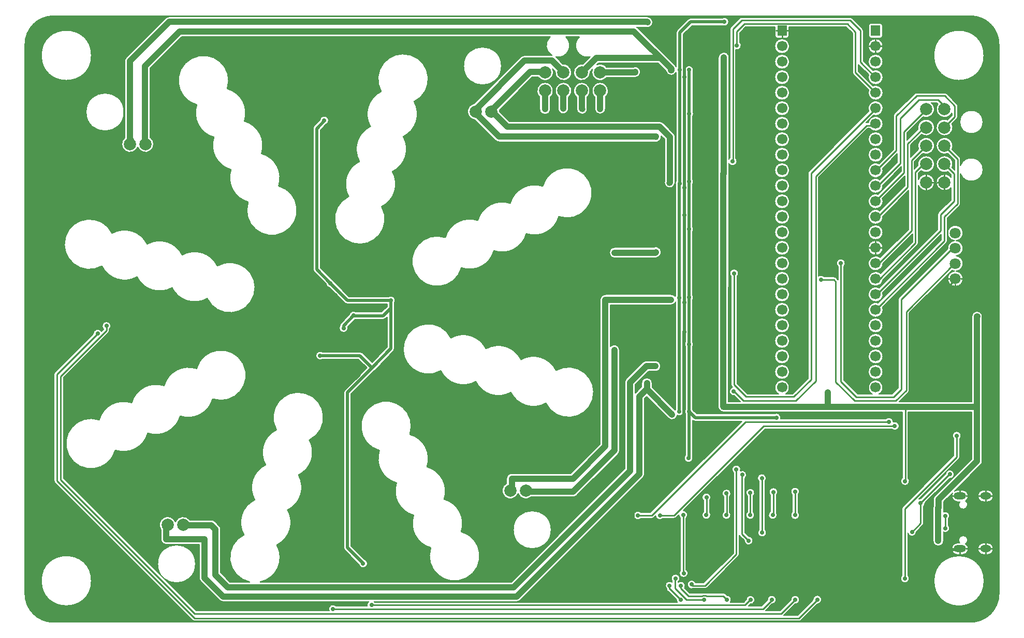
<source format=gbl>
G04 Layer: BottomLayer*
G04 EasyEDA Pro v2.2.35.2, 2025-02-07 11:44:48*
G04 Gerber Generator version 0.3*
G04 Scale: 100 percent, Rotated: No, Reflected: No*
G04 Dimensions in millimeters*
G04 Leading zeros omitted, absolute positions, 4 integers and 5 decimals*
%FSLAX45Y45*%
%MOMM*%
%ADD10C,0.2032*%
%ADD11C,0.254*%
%ADD12C,2.0*%
%ADD13C,1.7*%
%ADD14R,1.524X1.7*%
%ADD15C,1.8*%
%ADD16O,1.8X1.2*%
%ADD17O,2.0X1.2*%
%ADD18C,0.71*%
%ADD19C,1.0088*%
%ADD20C,1.0*%
%ADD21C,0.61*%
%ADD22C,1.016*%
%ADD23C,0.508*%
G75*


G04 Copper Start*
G36*
G01X35814Y9500000D02*
G02X500000Y9964186I464186J0D01*
G01X15500000Y9964186D01*
G02X15964186Y9500000I0J-464186D01*
G01X15964186Y500000D01*
G02X15500000Y35814I-464186J0D01*
G01X500000Y35814D01*
G02X35814Y500000I0J464186D01*
G01X35814Y9500000D01*
G37*
%LPC*%
G36*
G01X1122707Y9318087D02*
G03X301879Y9318087I-410414J0D01*
G03X1122707Y9318087I410414J0D01*
G37*
G36*
G01X1122707Y714275D02*
G03X301879Y714275I-410414J0D01*
G03X1122707Y714275I410414J0D01*
G37*
G36*
G01X9440259Y2953150D02*
G01X8960373Y2473264D01*
G01X7996542Y2473264D01*
G03X7910728Y2387450I0J-85814D01*
G01X7910728Y2311180D01*
G03X7882514Y2089122I62214J-120726D01*
G03X8099942Y2142324I90429J101331D01*
G03X8192037Y2059202I127000J48129D01*
G03X8313256Y2085595I34905J131252D01*
G01X8997510Y2085595D01*
G03X9058756Y2110964I0J86614D01*
G01X9734541Y2786749D01*
G03X9759910Y2847995I-61245J61245D01*
G01X9759910Y4492367D01*
G03X9611887Y4553449I-86614J0D01*
G01X9611887Y5231904D01*
G01X10601362Y5231904D01*
G03X10677874Y5278860I0J85814D01*
G01X10677874Y3521524D01*
G03X10672338Y3510041I61214J-36586D01*
G03X10661328Y3517093I-51658J-68524D01*
G01X10292154Y3886267D01*
G01X10292154Y3953395D01*
G03X10120526Y3953395I-85814J0D01*
G01X10120526Y3891886D01*
G01X10020260Y3791619D01*
G03X10017214Y3788412I60680J-60680D01*
G01X10017214Y3926855D01*
G01X10233194Y4142835D01*
G01X10348660Y4142835D01*
G03X10348660Y4314463I0J85814D01*
G01X10197649Y4314463D01*
G03X10136969Y4289329I0J-85814D01*
G01X9870720Y4023080D01*
G03X9845586Y3962400I60680J-60680D01*
G01X9845586Y2550145D01*
G01X7990855Y695414D01*
G01X3881639Y695414D01*
G03X4152326Y1300672I-85520J401405D01*
G03X4329608Y1873884I-178925J369358D01*
G03X4506890Y2447095I-178925J369358D01*
G03X4684183Y3020286I-178925J369358D01*
G03X4626599Y3781743I-178883J369378D01*
G03X4149081Y3185831I-121299J-392079D01*
G03X3971757Y2612600I178883J-369378D01*
G03X3794476Y2039388I178925J-369358D01*
G03X3617194Y1466177I178925J-369358D01*
G03X3388686Y1047444I178925J-369358D01*
G03X3710599Y695414I407433J49375D01*
G01X3388345Y695414D01*
G01X3235414Y848345D01*
G01X3235414Y1554889D01*
G03X3210280Y1615569I-85814J0D01*
G01X3139569Y1686280D01*
G03X3078889Y1711414I-60680J-60680D01*
G01X2731122Y1711414D01*
G03X2495295Y1678290I-108827J-81253D01*
G03X2304761Y1750198I-127000J-48129D01*
G03X2257081Y1552207I63534J-120037D01*
G01X2257081Y1397000D01*
G03X2342895Y1311186I85814J0D01*
G01X2885986Y1311186D01*
G01X2885986Y762000D01*
G03X2911120Y701320I85814J0D01*
G01X3215920Y396520D01*
G03X3276600Y371386I60680J60680D01*
G01X5656707Y371386D01*
G03X5632388Y301524I45425J-54975D01*
G01X5126699Y301524D01*
G03X5036191Y313206I-52269J-48514D01*
G03X5008301Y226314I38238J-60196D01*
G01X2833172Y226314D01*
G01X668597Y2390889D01*
G01X668597Y4044037D01*
G01X1401908Y4777347D01*
G03X1416117Y4811652I-34305J34305D01*
G01X1416117Y4834854D01*
G03X1367603Y4958437I-48514J52269D01*
G03X1319089Y4834854I0J-71314D01*
G01X1319089Y4831747D01*
G01X1284672Y4797330D01*
G03X1203183Y4829835I-61577J-35973D01*
G03X1151830Y4758702I19912J-68478D01*
G01X524957Y4131829D01*
G03X510748Y4097524I34305J-34305D01*
G01X510748Y2350652D01*
G03X524957Y2316348I48514J0D01*
G01X2774010Y67295D01*
G03X2808314Y53086I34305J34305D01*
G01X12694696Y53086D01*
G03X12729001Y67295I0J48514D01*
G01X12996273Y334568D01*
G03X13038624Y460305I-3626J71222D01*
G03X12921835Y397348I-45976J-54515D01*
G01X12674601Y150114D01*
G01X12445335Y150114D01*
G01X12628511Y333290D01*
G03X12683979Y453908I4053J71199D01*
G03X12561261Y403258I-51415J-49418D01*
G01X12384316Y226314D01*
G01X12145635Y226314D01*
G01X12251850Y332529D01*
G03X12294439Y458188I-3486J71229D01*
G03X12177537Y395434I-46076J-54431D01*
G01X12083627Y301524D01*
G01X11866191Y301524D01*
G01X11895937Y331270D01*
G03X11953893Y450694I5510J71101D01*
G03X11830134Y402685I-52445J-48324D01*
G01X11792373Y364925D01*
G01X11573545Y364925D01*
G03X11512251Y476776I-58638J40586D01*
G01X11488125Y500902D01*
G03X11453820Y515111I-34305J-34305D01*
G01X11186209Y515111D01*
G03X11171404Y517425I-14804J-46200D01*
G01X11118882Y517425D01*
G03X11104078Y515111I0J-48514D01*
G01X10904961Y515111D01*
G01X10823345Y596728D01*
G03X10809522Y688409I-60496J37762D01*
G03X10716806Y688948I-46673J-53919D01*
G01X10716806Y695357D01*
G03X10684606Y823935I-41645J57891D01*
G03X10619778Y708322I-9445J-70686D01*
G01X10619778Y692504D01*
G03X10522711Y680243I-42031J-57612D01*
G03X10529233Y582623I55036J-45351D01*
G01X10529233Y578794D01*
G03X10564118Y532233I48514J0D01*
G01X10688185Y408166D01*
G03X10700811Y364925I71265J-2655D01*
G01X5754401Y364925D01*
G03X5747556Y371386I-52269J-48514D01*
G01X8077200Y371386D01*
G03X8137880Y396520I0J85814D01*
G01X10141619Y2400260D01*
G03X10166754Y2460940I-60680J60680D01*
G01X10166754Y3695394D01*
G01X10203531Y3732171D01*
G01X10559482Y3376220D01*
G03X10704749Y3422436I60680J60680D01*
G03X10790422Y3435435I34339J62502D01*
G03X10800302Y3521524I-51334J49503D01*
G01X10800302Y5314884D01*
G03X10800302Y5388056I-61214J36586D01*
G01X10800302Y7181646D01*
G03X10803561Y7259788I-57955J41556D01*
G01X10803561Y9042292D01*
G03X10805284Y9112412I-61214J36586D01*
G01X10805946Y9662297D01*
G01X10949038Y9805389D01*
G01X11438062Y9805389D01*
G03X11545962Y9866603I36586J61214D01*
G03X11438062Y9927817I-71314J0D01*
G01X10923682Y9927817D01*
G03X10880397Y9909888I0J-61214D01*
G01X10701478Y9730968D01*
G03X10683549Y9687757I43285J-43285D01*
G01X10682881Y9133138D01*
G03X10666562Y9155934I-76999J-37884D01*
G01X10054745Y9767750D01*
G03X10040487Y9779244I-60680J-60680D01*
G01X10184686Y9779244D01*
G03X10278175Y9919219I32809J79294D01*
G01X10271656Y9925738D01*
G03X10210976Y9950873I-60680J-60680D01*
G01X2394742Y9950873D01*
G03X2334062Y9925738I0J-85814D01*
G01X1691920Y9283596D01*
G03X1666786Y9222917I60680J-60680D01*
G01X1666786Y7969462D01*
G03X1673045Y7753978I85722J-105343D01*
G03X1879508Y7815990I79463J110141D01*
G03X2090137Y7757108I127000J48129D01*
G03X2083901Y7975724I-83630J107012D01*
G01X2083901Y9105853D01*
G01X2599305Y9621256D01*
G01X8623548Y9621256D01*
G03X8651466Y9317146I127895J-141595D01*
G01X8206265Y9317146D01*
G03X8145020Y9291778I0J-86614D01*
G01X7383583Y8530341D01*
G03X7271607Y8390931I23719J-133727D01*
G03X7394848Y8261373I135695J5683D01*
G01X7730341Y7925880D01*
G03X7791538Y7900511I61245J61245D01*
G01X10328975Y7899122D01*
G03X10416797Y7923544I24431J82263D01*
G03X10442075Y7999084I-60299J62177D01*
G01X10494107Y7947052D01*
G01X10494107Y7255292D01*
G03X10492224Y7235467I84713J-18048D01*
G03X10559664Y7147222I85701J-4397D01*
G03X10657693Y7199431I18261J83849D01*
G03X10667335Y7239145I-76973J39714D01*
G01X10667335Y7982929D01*
G03X10641966Y8044175I-86614J0D01*
G01X10478344Y8207796D01*
G03X10417099Y8233165I-61245J-61245D01*
G01X7960149Y8233165D01*
G01X7797115Y8396199D01*
G03X7794608Y8422592I-135813J416D01*
G01X8331171Y8959155D01*
G01X8432499Y8959155D01*
G03X8612688Y8924240I109140J80832D01*
G03X8663119Y9100715I-71049J115747D01*
G01X8706865Y9056969D01*
G03X8934530Y8940933I134748J-16982D01*
G03X8833271Y9175544I-92917J99054D01*
G01X8717038Y9291778D01*
G01X8716784Y9292030D01*
G03X8879338Y9621256I34659J187631D01*
G01X9103354Y9621256D01*
G03X9278057Y9294687I127895J-141595D01*
G01X9158157Y9174786D01*
G03X9043554Y8945993I-16570J-134799D01*
G03X9276964Y9050875I98033J93994D01*
G01X9314781Y9088691D01*
G03X9374680Y8921782I126780J-48704D01*
G03X9548601Y8956394I66881J118205D01*
G01X10012332Y8956394D01*
G03X10073011Y8981529I0J85814D01*
G01X10077972Y8986490D01*
G03X9988538Y9128022I-60680J60680D01*
G01X9544979Y9128022D01*
G03X9392857Y9166767I-103418J-88035D01*
G01X9416418Y9190329D01*
G01X10389448Y9190329D01*
G01X10517447Y9062330D01*
G03X10602082Y8990691I84635J14175D01*
G01X10604693Y8990691D01*
G03X10681133Y9037504I0J85814D01*
G01X10681133Y7259788D01*
G03X10677874Y7192724I61214J-36586D01*
G01X10677874Y5388056D01*
G03X10670014Y5369205I61214J-36586D01*
G03X10601362Y5403532I-68653J-51487D01*
G01X9533092Y5403532D01*
G03X9472412Y5378397I0J-85814D01*
G01X9465393Y5371378D01*
G03X9440259Y5310699I60681J-60679D01*
G01X9440259Y2953150D01*
G37*
G36*
G01X2033171Y6226832D02*
G03X1459959Y6404113I-369358J-178925D01*
G03X698511Y6346453I-369358J-178925D01*
G03X1294454Y5868981I392090J-121265D01*
G03X1867666Y5691699I369358J178925D01*
G03X2440877Y5514418I369358J178925D01*
G03X3016414Y5338477I369358J178925D01*
G03X3779025Y5393717I370521J176505D01*
G03X3180756Y5869848I-392090J121265D01*
G03X2606382Y6049550I-370521J-176505D01*
G03X2033171Y6226832I-369358J-178925D01*
G37*
G36*
G01X1781236Y3628350D02*
G03X1250557Y3348385I-134656J-387695D01*
G03X752904Y2769188I-134656J-387695D01*
G03X1511923Y2852960I362997J191502D01*
G03X2042602Y3132924I134656J387695D01*
G03X2573280Y3412889I134656J387695D01*
G03X3103959Y3692853I134656J387695D01*
G03X3601612Y4272050I134656J387695D01*
G03X2842593Y4188278I-362997J-191502D01*
G03X2311914Y3908314I-134656J-387695D01*
G03X1781236Y3628350I-134656J-387695D01*
G37*
G36*
G01X1654657Y8390461D02*
G03X1033830Y8390461I-310414J0D01*
G03X1654657Y8390461I310414J0D01*
G37*
G36*
G01X2825014Y990600D02*
G03X2204186Y990600I-310414J0D01*
G03X2825014Y990600I310414J0D01*
G37*
G36*
G01X3686635Y6917348D02*
G03X4265832Y6419695I387695J-134656D01*
G03X4182061Y7178714I-191502J362997D01*
G03X3902096Y7709393I-387695J134656D01*
G03X3622132Y8240072I-387695J134656D01*
G03X3342167Y8770750I-387695J134656D01*
G03X2762971Y9268404I-387695J134656D01*
G03X2846742Y8509384I191502J-362997D01*
G03X3126707Y7978706I387695J-134656D01*
G03X3406671Y7448027I387695J-134656D01*
G03X3686635Y6917348I387695J-134656D01*
G37*
G36*
G01X5202656Y4936392D02*
G03X5184727Y4893108I43285J-43285D01*
G01X5184727Y4890301D01*
G03X5235965Y4781610I60369J-37964D01*
G03X5313128Y4873725I9131J70727D01*
G01X5427202Y4987799D01*
G03X5442111Y4993386I-17415J69155D01*
G01X5892800Y4993386D01*
G03X5936085Y5011315I0J61214D01*
G01X5957432Y5032662D01*
G01X5957432Y4544793D01*
G01X5712671Y4289240D01*
G01X5558563Y4443348D01*
G03X5515278Y4461278I-43285J-43285D01*
G01X4902231Y4461278D01*
G03X4791718Y4405057I-39276J-59524D01*
G03X4896553Y4338850I71237J-3304D01*
G01X5489922Y4338850D01*
G01X5627004Y4201767D01*
G01X5264967Y3839730D01*
G03X5247038Y3796445I43285J-43285D01*
G01X5247038Y1255494D01*
G03X5264967Y1212209I61214J0D01*
G01X5496023Y981153D01*
G03X5614281Y943807I69737J14917D01*
G03X5585808Y1064508I-48521J52263D01*
G01X5369466Y1280850D01*
G01X5369466Y3771089D01*
G01X5760591Y4162215D01*
G03X5763301Y4165106I-43285J43285D01*
G01X6062854Y4477866D01*
G03X6079860Y4520207I-44208J42341D01*
G01X6079860Y5270613D01*
G03X6069073Y5357626I-61214J36586D01*
G03X5982060Y5368413I-50427J-50427D01*
G01X5334484Y5368413D01*
G01X5095040Y5607857D01*
G03X5055069Y5650367I-67393J-23320D01*
G01X4867817Y5837620D01*
G01X4867817Y8094992D01*
G01X4963872Y8191047D01*
G03X4970391Y8313690I-32948J63246D01*
G03X4859852Y8260166I-39468J-59397D01*
G01X4763318Y8163632D01*
G03X4745389Y8120347I43285J-43285D01*
G01X4745389Y5812264D01*
G03X4763318Y5768979I61214J0D01*
G01X4956924Y5575373D01*
G03X5015492Y5514266I70723J9163D01*
G01X5265843Y5263914D01*
G03X5309128Y5245985I43285J43285D01*
G01X5957432Y5245985D01*
G01X5957432Y5205802D01*
G01X5867444Y5115814D01*
G01X5450051Y5115814D01*
G03X5340632Y5074368I-40264J-58860D01*
G01X5202656Y4936392D01*
G37*
G36*
G01X5330918Y7007219D02*
G03X5388579Y6245771I178925J-369358D01*
G03X5866051Y6841714I121265J392090D01*
G03X6043332Y7414925I-178925J369358D01*
G03X6220614Y7988137I-178925J369358D01*
G03X6397896Y8561348I-178925J369358D01*
G03X6340235Y9322796I-178925J369358D01*
G03X5862763Y8726853I-121265J-392090D01*
G03X5685482Y8153641I178925J-369358D01*
G03X5508200Y7580430I178925J-369358D01*
G03X5330918Y7007219I178925J-369358D01*
G37*
G36*
G01X6392958Y1787453D02*
G03X6672922Y1256775I387695J-134656D01*
G03X7252119Y759122I387695J-134656D01*
G03X7168347Y1518141I-191502J362997D01*
G03X6888383Y2048820I-387695J134656D01*
G03X6608419Y2579498I-387695J134656D01*
G03X6328456Y3110177I-387695J134656D01*
G03X5749258Y3607828I-387695J134655D01*
G03X5833028Y2848810I191502J-362997D01*
G03X6112993Y2318132I387695J-134655D01*
G03X6392958Y1787453I387695J-134656D01*
G37*
G36*
G01X7574213Y4513107D02*
G03X7000119Y4689883I-369358J-178925D01*
G03X6238816Y4630341I-368915J-179837D01*
G03X6835940Y4154345I392389J-120295D01*
G03X7408708Y3977975I368915J179837D01*
G03X7981919Y3800693I369358J178925D01*
G03X8555130Y3623411I369358J178925D01*
G03X9316578Y3681072I369358J178925D01*
G03X8720635Y4158544I-392090J121265D01*
G03X8147424Y4335826I-369358J-178925D01*
G03X7574213Y4513107I-369358J-178925D01*
G37*
G36*
G01X7441809Y6614636D02*
G03X6911208Y6334957I-134656J-387695D01*
G03X6413139Y5756118I-134934J-387598D01*
G03X7172218Y5839343I363134J191241D01*
G03X7703175Y6119211I134934J387598D01*
G03X8233854Y6399176I134656J387695D01*
G03X8764533Y6679140I134656J387695D01*
G03X9262186Y7258337I134656J387695D01*
G03X8503167Y7174565I-362997J-191502D01*
G03X7972488Y6894601I-134656J-387695D01*
G03X7441809Y6614636I-134656J-387695D01*
G37*
G36*
G01X7828814Y9144000D02*
G03X7207986Y9144000I-310414J0D01*
G03X7828814Y9144000I310414J0D01*
G37*
G36*
G01X8641614Y1549400D02*
G03X8020786Y1549400I-310414J0D01*
G03X8641614Y1549400I310414J0D01*
G37*
G36*
G01X8453049Y8434821D02*
G03X8626277Y8434821I86614J0D01*
G01X8626277Y8633798D01*
G03X8544204Y8875803I-84638J106215D01*
G03X8453049Y8637070I-2565J-135790D01*
G01X8453049Y8434821D01*
G37*
G36*
G01X8752488Y8460613D02*
G03X8762112Y8403547I84475J-15098D01*
G03X8805779Y8365568I74851J41968D01*
G03X8925716Y8445515I33323J79947D01*
G01X8925716Y8633373D01*
G03X8844874Y8875788I-84103J106640D01*
G03X8752488Y8637533I-3261J-135775D01*
G01X8752488Y8460613D01*
G37*
G36*
G01X9056204Y8443376D02*
G03X9105950Y8365001I86614J0D01*
G03X9204712Y8373628I43284J74098D01*
G03X9229432Y8469634I-55477J65470D01*
G01X9229432Y8636434D01*
G03X9139988Y8875817I-87845J103579D01*
G03X9056204Y8634395I1599J-135804D01*
G01X9056204Y8443376D01*
G37*
G36*
G01X9355643Y8441237D02*
G03X9385059Y8376196I86614J0D01*
G03X9499455Y8376196I57198J63972D01*
G03X9528871Y8441237I-57198J65042D01*
G01X9528871Y8635982D01*
G03X9440657Y8875824I-87310J104031D01*
G03X9355643Y8634830I904J-135811D01*
G01X9355643Y8441237D01*
G37*
G36*
G01X10415397Y6035859D02*
G03X10314470Y6174094I-61245J61245D01*
G01X9678810Y6174094D01*
G03X9678810Y6000866I0J-86614D01*
G01X10344527Y6000866D01*
G03X10405772Y6026234I0J86614D01*
G01X10415397Y6035859D01*
G37*
G36*
G01X10835415Y4627998D02*
G03X10834319Y4550860I59428J-39421D01*
G01X10834319Y3522831D01*
G03X10834319Y3449658I61214J-36586D01*
G01X10834319Y2770536D01*
G03X10868701Y2653563I52696J-48050D01*
G03X10956612Y2738041I18314J68922D01*
G03X10956747Y2742106I-61079J4065D01*
G01X10956747Y3339008D01*
G03X10994902Y3325661I38155J47868D01*
G01X11758515Y3325661D01*
G01X10263034Y1830180D01*
G01X10112954Y1830180D01*
G03X9988568Y1783771I-53082J-47624D01*
G03X10111301Y1733152I71304J-1214D01*
G01X10283129Y1733152D01*
G03X10317434Y1747362I0J48514D01*
G01X10347527Y1777455D01*
G03X10469383Y1736361I70784J8679D01*
G01X10651788Y1736361D01*
G03X10686092Y1750570I0J48514D01*
G01X10728464Y1792942D01*
G03X10752128Y1739565I71313J-318D01*
G01X10752128Y883852D01*
G03X10816956Y768240I55383J-44927D01*
G03X10849156Y896817I-9445J70686D01*
G01X10849156Y1741171D01*
G03X10799460Y1863937I-49379J51453D01*
G01X12136548Y3201025D01*
G01X14208677Y3201025D01*
G03X14330534Y3233942I52269J48514D01*
G03X14234384Y3315722I-69588J15597D01*
G03X14110825Y3366078I-71290J1842D01*
G01X12392722Y3366078D01*
G03X12368457Y3443037I-68214J20797D01*
G03X12287922Y3448089I-43949J-56162D01*
G01X11020258Y3448089D01*
G01X10964688Y3503659D01*
G03X10956747Y3522831I-69155J-17415D01*
G01X10956747Y4553171D01*
G03X10957843Y4621993I-61904J35406D01*
G01X10957843Y5316785D01*
G03X10957843Y5389957I-61214J36586D01*
G01X10957843Y6434253D01*
G03X10957843Y6507425I-61214J36586D01*
G01X10957843Y7213672D01*
G03X10958807Y7285180I-61214J36586D01*
G01X10958807Y8322745D01*
G03X10960412Y8398477I-59609J39146D01*
G01X10960412Y9044548D01*
G03X10893470Y9148892I-63151J33131D01*
G03X10837984Y9038031I3791J-71213D01*
G01X10837984Y8398477D01*
G03X10836379Y8328134I61214J-36586D01*
G01X10836379Y7288411D01*
G03X10835415Y7213672I60250J-38153D01*
G01X10835415Y6507425D01*
G03X10835415Y6434253I61214J-36586D01*
G01X10835415Y5389957D01*
G03X10835415Y5316785I61214J-36586D01*
G01X10835415Y4627998D01*
G37*
G36*
G01X11620840Y1169186D02*
G01X11135167Y683514D01*
G01X11004910Y683514D01*
G03X10874510Y682129I-64893J-29573D01*
G03X10963158Y586486I65507J-28188D01*
G01X11155262Y586486D01*
G03X11189567Y600695I0J48514D01*
G01X11703658Y1114787D01*
G03X11717868Y1149091I-34305J34305D01*
G01X11717868Y1461012D01*
G03X11728238Y1445623I44674J18916D01*
G01X11800131Y1373730D01*
G03X11921822Y1320648I71265J-2655D01*
G03X11868740Y1442339I-50427J50427D01*
G01X11811056Y1500023D01*
G01X11811056Y2393517D01*
G03X11826665Y2486347I-45030J55299D01*
G03X11736620Y2513785I-60639J-37531D01*
G03X11652261Y2606706I-67266J23686D01*
G03X11620840Y2485202I17093J-69235D01*
G01X11620840Y1169186D01*
G37*
G36*
G01X11173399Y1720165D02*
G03X11232438Y1838981I6081J71054D01*
G01X11232438Y2032300D01*
G03X11175320Y2152084I-52148J48644D01*
G03X11135410Y2025522I4969J-71141D01*
G01X11135410Y1847285D01*
G03X11173399Y1720165I44071J-56067D01*
G37*
G36*
G01X11370353Y3567705D02*
G03X11396565Y3505966I85814J0D01*
G03X11409613Y3494905I61741J59600D01*
G03X11464232Y3475278I54620J66187D01*
G01X14383012Y3475278D01*
G01X14383012Y2400500D01*
G03X14425201Y2274650I45840J-54629D01*
G03X14480040Y2395525I3652J71220D01*
G01X14480040Y3475278D01*
G01X15518157Y3475278D01*
G01X15518157Y2706877D01*
G01X14916352Y2105072D01*
G03X14891217Y2044392I60680J-60680D01*
G01X14891217Y1933962D01*
G03X14886638Y1906304I81235J-27658D01*
G01X14886638Y1365500D01*
G03X15058266Y1365500I85814J0D01*
G01X15058266Y1509798D01*
G03X15147015Y1535359I29334J65002D01*
G03X15136114Y1627069I-59415J39441D01*
G01X15136114Y1725731D01*
G03X15147015Y1817441I-48514J52269D01*
G03X15058266Y1843002I-59415J-39441D01*
G01X15058266Y1883225D01*
G03X15062846Y1910883I-81235J27658D01*
G01X15062846Y2008847D01*
G01X15205394Y2151395D01*
G03X15288058Y2007136I82664J-48446D01*
G01X15321558Y2007136D01*
G03X15388835Y1887910I56512J-46706D01*
G03X15418578Y2021537I-10765J72520D01*
G03X15368057Y2198763I-50521J81412D01*
G01X15288058Y2198763D01*
G03X15239612Y2185613I0J-95814D01*
G01X15664651Y2610652D01*
G03X15689785Y2671332I-60680J60680D01*
G01X15689785Y3549129D01*
G03X15692102Y3568935I-83497J19806D01*
G01X15692102Y5026665D01*
G03X15547040Y5102929I-84388J15579D01*
G01X15545614Y5101504D01*
G03X15520474Y5040818I60674J-60685D01*
G01X15520474Y3646906D01*
G01X14333408Y3646906D01*
G01X14483114Y3796613D01*
G03X14497324Y3830917I-34305J34305D01*
G01X14497324Y5098407D01*
G01X15195549Y5796632D01*
G03X15236243Y5784694I55258J113029D01*
G03X15250807Y5533912I14564J-124968D01*
G03X15265372Y5784694I0J125814D01*
G03X15265372Y6034630I-14564J124968D01*
G03X15264237Y6284693I-14564J124968D01*
G03X15250807Y6535601I-13430J125095D01*
G03X15237378Y6284693I0J-125814D01*
G03X15125392Y6149592I13430J-125095D01*
G01X14330021Y5354221D01*
G03X14315811Y5319916I34305J-34305D01*
G01X14315811Y3872935D01*
G01X14216165Y3773290D01*
G01X14003212Y3773290D01*
G03X13947207Y4001152I-56005J107049D01*
G03X13891201Y3773290I0J-120814D01*
G01X13654539Y3773290D01*
G01X13427359Y4000469D01*
G01X13427359Y5862468D01*
G01X13427358Y5862869D01*
G03X13378611Y5986323I-48652J52141D01*
G03X13330191Y5862740I94J-71314D01*
G03X13330331Y5859058I48514J0D01*
G01X13330331Y5647067D01*
G01X13329426Y5647997D01*
G01X13297658Y5679765D01*
G03X13263354Y5693974I-34305J-34305D01*
G01X13107323Y5693974D01*
G03X13014827Y5706950I-53735J-46885D01*
G01X13014827Y7319805D01*
G01X13817023Y8122000D01*
G01X13853566Y8122000D01*
G03X14064085Y8228921I93640J76338D01*
G03X13828178Y8219028I-116879J-30583D01*
G01X13796928Y8219028D01*
G03X13789238Y8218415I0J-48514D01*
G01X13908661Y8337838D01*
G03X14028529Y8541683I38545J114500D01*
G03X13836827Y8403222I-81323J-89345D01*
G01X12856428Y7422823D01*
G03X12842219Y7388519I34305J-34305D01*
G01X12842219Y4031171D01*
G01X12586161Y3775113D01*
G01X12476052Y3775113D01*
G03X12416691Y4001152I-59360J105225D01*
G03X12357331Y3775113I0J-120814D01*
G01X11849236Y3775113D01*
G01X11681232Y3943117D01*
G01X11681232Y5696508D01*
G03X11632718Y5820091I-48514J52269D01*
G03X11584204Y5696508I0J-71314D01*
G01X11584204Y3923021D01*
G03X11598414Y3888717I48514J0D01*
G01X11604766Y3882364D01*
G03X11556626Y3798654I21427J-68019D01*
G03X11636039Y3743714I69566J15691D01*
G01X11732846Y3646906D01*
G01X11541981Y3646906D01*
G01X11541981Y5510339D01*
G03X11544764Y5532015I-83031J21676D01*
G01X11544764Y7369958D01*
G03X11545834Y7383465I-84744J13507D01*
G01X11545834Y7549356D01*
G03X11649965Y7525130I62762J33862D01*
G03X11661118Y7631458I-41369J58089D01*
G01X11661118Y9410340D01*
G03X11743274Y9448278I17968J69013D01*
G03X11722075Y9536253I-64188J31075D01*
G01X11722075Y9686094D01*
G01X11821987Y9786006D01*
G01X12304677Y9786006D01*
G01X12304677Y9637338D01*
G03X12340491Y9601524I35814J0D01*
G01X12492891Y9601524D01*
G03X12528705Y9637338I0J35814D01*
G01X12528705Y9786724D01*
G01X13465421Y9786724D01*
G01X13569259Y9682886D01*
G01X13569259Y9038869D01*
G03X13583469Y9004565I48514J0D01*
G01X13835552Y8752482D01*
G03X14030927Y8619235I111655J-46143D01*
G03X13905520Y8819732I-83720J87103D01*
G01X13666287Y9058964D01*
G01X13666287Y9168783D01*
G01X13833608Y9001463D01*
G03X14034719Y8877046I113599J-41125D01*
G03X13900521Y9071767I-87512J83292D01*
G01X13746494Y9225795D01*
G01X13746494Y9722231D01*
G03X13732285Y9756536I-48514J0D01*
G01X13562247Y9926574D01*
G03X13527942Y9940783I-34305J-34305D01*
G01X11756976Y9940783D01*
G03X11722672Y9926574I0J-48514D01*
G01X11578300Y9782202D01*
G03X11564090Y9747897I34305J-34305D01*
G01X11564090Y7638941D01*
G03X11545834Y7617081I44505J-55722D01*
G01X11545834Y9254136D01*
G03X11405785Y9347443I-79370J32627D01*
G01X11399340Y9340999D01*
G03X11374206Y9280319I60680J-60680D01*
G01X11374206Y7395902D01*
G03X11373136Y7382395I84744J-13507D01*
G01X11373136Y5551282D01*
G03X11370353Y5524302I82897J-22184D01*
G01X11370353Y3567705D01*
G37*
G36*
G01X11501832Y1718592D02*
G03X11560548Y1837574I5895J71070D01*
G01X11560548Y2095102D01*
G03X11504767Y2215534I-51585J49241D01*
G03X11463520Y2089384I4196J-71191D01*
G01X11463520Y1845622D01*
G03X11501832Y1718592I44206J-55960D01*
G37*
G36*
G01X11891433Y1719375D02*
G03X11945797Y1840469I3377J71234D01*
G01X11945797Y2102126D01*
G03X11898495Y2226178I-48001J52741D01*
G03X11848769Y2103078I-700J-71311D01*
G01X11848769Y1845069D01*
G03X11891433Y1719375I46041J-54460D01*
G37*
G36*
G01X12091088Y1431437D02*
G03X12139602Y1555020I0J71314D01*
G01X12139602Y2348010D01*
G03X12080017Y2466543I-53187J47506D01*
G03X12042574Y2339270I6398J-71026D01*
G01X12042574Y1555020D01*
G03X12091088Y1431437I48514J-52269D01*
G37*
G36*
G01X12251327Y1720072D02*
G03X12322840Y1831403I13361J70051D01*
G01X12322840Y2115552D01*
G03X12274326Y2239136I-48514J52269D01*
G03X12225812Y2115552I0J-71314D01*
G01X12225812Y1849909D01*
G03X12251327Y1720072I38876J-59786D01*
G37*
G36*
G01X12416691Y9589152D02*
G03X12416691Y9347524I0J-120814D01*
G03X12416691Y9589152I0J120814D01*
G37*
G36*
G01X12416691Y9335152D02*
G03X12416691Y9093524I0J-120814D01*
G03X12416691Y9335152I0J120814D01*
G37*
G36*
G01X12416691Y9081152D02*
G03X12416691Y8839524I0J-120814D01*
G03X12416691Y9081152I0J120814D01*
G37*
G36*
G01X12416691Y8573152D02*
G03X12416691Y8331524I0J-120814D01*
G03X12416691Y8573152I0J120814D01*
G37*
G36*
G01X12416691Y8827152D02*
G03X12416691Y8585524I0J-120814D01*
G03X12416691Y8827152I0J120814D01*
G37*
G36*
G01X12416691Y6541152D02*
G03X12416691Y6299524I0J-120814D01*
G03X12416691Y6541152I0J120814D01*
G37*
G36*
G01X12416691Y6795152D02*
G03X12416691Y6553524I0J-120814D01*
G03X12416691Y6795152I0J120814D01*
G37*
G36*
G01X12416691Y7049152D02*
G03X12416691Y6807524I0J-120814D01*
G03X12416691Y7049152I0J120814D01*
G37*
G36*
G01X12416691Y6287152D02*
G03X12416691Y6045524I0J-120814D01*
G03X12416691Y6287152I0J120814D01*
G37*
G36*
G01X12416691Y7811152D02*
G03X12416691Y7569524I0J-120814D01*
G03X12416691Y7811152I0J120814D01*
G37*
G36*
G01X12416691Y8319152D02*
G03X12416691Y8077524I0J-120814D01*
G03X12416691Y8319152I0J120814D01*
G37*
G36*
G01X12416691Y8065152D02*
G03X12416691Y7823524I0J-120814D01*
G03X12416691Y8065152I0J120814D01*
G37*
G36*
G01X12416691Y7557152D02*
G03X12416691Y7315524I0J-120814D01*
G03X12416691Y7557152I0J120814D01*
G37*
G36*
G01X12416691Y7303152D02*
G03X12416691Y7061524I0J-120814D01*
G03X12416691Y7303152I0J120814D01*
G37*
G36*
G01X12416691Y5779152D02*
G03X12416691Y5537524I0J-120814D01*
G03X12416691Y5779152I0J120814D01*
G37*
G36*
G01X12416691Y6033152D02*
G03X12416691Y5791524I0J-120814D01*
G03X12416691Y6033152I0J120814D01*
G37*
G36*
G01X12416691Y5271152D02*
G03X12416691Y5029524I0J-120814D01*
G03X12416691Y5271152I0J120814D01*
G37*
G36*
G01X12416691Y5525152D02*
G03X12416691Y5283524I0J-120814D01*
G03X12416691Y5525152I0J120814D01*
G37*
G36*
G01X12416691Y4509152D02*
G03X12416691Y4267524I0J-120814D01*
G03X12416691Y4509152I0J120814D01*
G37*
G36*
G01X12416691Y4763152D02*
G03X12416691Y4521524I0J-120814D01*
G03X12416691Y4763152I0J120814D01*
G37*
G36*
G01X12416691Y5017152D02*
G03X12416691Y4775524I0J-120814D01*
G03X12416691Y5017152I0J120814D01*
G37*
G36*
G01X12416691Y4255152D02*
G03X12416691Y4013524I0J-120814D01*
G03X12416691Y4255152I0J120814D01*
G37*
G36*
G01X12630055Y1716774D02*
G03X12678569Y1840357I0J71314D01*
G01X12678569Y2122040D01*
G03X12630840Y2245929I-48182J52576D01*
G03X12581541Y2122657I-453J-71313D01*
G01X12581541Y1840357D01*
G03X12630055Y1716774I48514J-52269D01*
G37*
G36*
G01X13947207Y9589152D02*
G03X13947207Y9347524I0J-120814D01*
G03X13947207Y9589152I0J120814D01*
G37*
G36*
G01X13947207Y9335152D02*
G03X13947207Y9093524I0J-120814D01*
G03X13947207Y9335152I0J120814D01*
G37*
G36*
G01X13947207Y6541152D02*
G03X13947207Y6299524I0J-120814D01*
G03X13947207Y6541152I0J120814D01*
G37*
G36*
G01X13947207Y6287152D02*
G03X13947207Y6045524I0J-120814D01*
G03X13947207Y6287152I0J120814D01*
G37*
G36*
G01X13947207Y7811152D02*
G03X13947207Y7569524I0J-120814D01*
G03X13947207Y7811152I0J120814D01*
G37*
G36*
G01X13947207Y8065152D02*
G03X13947207Y7823524I0J-120814D01*
G03X13947207Y8065152I0J120814D01*
G37*
G36*
G01X13853505Y7360076D02*
G03X14063720Y7468286I93702J76262D01*
G01X14302605Y7707172D01*
G01X14302605Y7570425D01*
G01X14014713Y7282533D01*
G03X13844367Y7118935I-67506J-100194D01*
G03X14067046Y7197648I102840J63404D01*
G01X14363922Y7494524D01*
G01X14363922Y7418957D01*
G01X13987278Y7042313D01*
G03X13864718Y6840068I-40071J-113975D01*
G03X14058210Y6976027I82489J88270D01*
G01X14424107Y7341924D01*
G01X14424107Y7183927D01*
G01X14014713Y6774533D01*
G03X13844367Y6610935I-67506J-100194D01*
G03X14067046Y6689648I102840J63403D01*
G01X14483944Y7106545D01*
G01X14483944Y6465723D01*
G01X14023905Y6005683D01*
G03X13838029Y5860606I-76698J-93345D01*
G03X14068020Y5912580I109178J51732D01*
G01X14549620Y6394180D01*
G01X14549620Y6263831D01*
G01X14031081Y5745292D01*
G03X13833429Y5617709I-83875J-86954D01*
G03X14067188Y5644181I113777J40630D01*
G01X14632438Y6209431D01*
G03X14646648Y6243736I-34305J34305D01*
G01X14646648Y7189684D01*
G03X14909697Y7237187I127235J47503D01*
G03X14646648Y7284690I-135814J0D01*
G01X14646648Y7386295D01*
G01X14690536Y7430183D01*
G03X14890915Y7606327I83347J107232D01*
G03X14639682Y7516547I-117032J-68912D01*
G01X14580972Y7457837D01*
G01X14580972Y7575869D01*
G01X14718489Y7713385D01*
G03X14869918Y7933424I55394J124003D01*
G03X14649880Y7781995I-96035J-96035D01*
G01X14521135Y7653250D01*
G01X14521135Y7851927D01*
G01X14695593Y8026385D01*
G03X14887250Y8212152I78290J110978D01*
G03X14641051Y8109061I-113367J-74789D01*
G01X14460950Y7928960D01*
G01X14460950Y8045963D01*
G01X14725443Y8310455D01*
G03X14891898Y8370122I48440J126882D01*
G03X14858301Y8543728I-118015J67215D01*
G01X14944628Y8543728D01*
G01X14967084Y8521271D01*
G03X14999384Y8323763I106773J-83934D01*
G03X15193397Y8372873I74473J113574D01*
G01X15193397Y8334071D01*
G01X15123216Y8263890D01*
G03X14982514Y8036855I-49359J-126527D01*
G03X15195103Y8198558I91343J100508D01*
G01X15276215Y8279671D01*
G03X15290425Y8313976I-34305J34305D01*
G01X15290425Y8491238D01*
G03X15276215Y8525542I-48514J0D01*
G01X15111269Y8690488D01*
G03X15076965Y8704698I-34305J-34305D01*
G01X14617942Y8704698D01*
G03X14583637Y8690488I0J-48514D01*
G01X14251823Y8358674D01*
G03X14237614Y8324369I34305J-34305D01*
G01X14237614Y7779399D01*
G01X14002150Y7543935D01*
G03X13853505Y7360076I-54944J-107597D01*
G37*
G36*
G01X15178441Y7363207D02*
G01X15178441Y7324088D01*
G03X14938043Y7237441I-104584J-86647D01*
G03X15178441Y7150794I135814J0D01*
G01X15178441Y6951031D01*
G01X14976627Y6749216D01*
G03X14962417Y6714912I34305J-34305D01*
G01X14962417Y6464882D01*
G01X14006906Y5509371D01*
G03X13849998Y5332600I-59699J-105033D01*
G03X14065172Y5430419I97209J71739D01*
G01X15021235Y6386482D01*
G01X15021235Y6296543D01*
G01X13988550Y5263858D01*
G03X13863748Y5062984I-41343J-113520D01*
G03X14058724Y5196813I83458J87354D01*
G01X15104054Y6242144D01*
G03X15118263Y6276448I-34305J34305D01*
G01X15118263Y6654179D01*
G01X15322216Y6858132D01*
G03X15336426Y6892436I-34305J34305D01*
G01X15336426Y7377142D01*
G03X15704590Y7447499I177359J70357D01*
G03X15336426Y7517856I-190805J0D01*
G01X15336426Y7620714D01*
G03X15322216Y7655018I-48514J0D01*
G01X15197041Y7780194D01*
G03X14979235Y7934816I-123183J57195D01*
G03X15127429Y7712587I94622J-97427D01*
G01X15239398Y7600619D01*
G01X15239398Y7439468D01*
G01X15197545Y7481320D01*
G03X14978367Y7633992I-123688J56095D01*
G03X15128548Y7413100I95490J-96577D01*
G01X15178441Y7363207D01*
G37*
G36*
G01X13947207Y4763152D02*
G03X13947207Y4521524I0J-120814D01*
G03X13947207Y4763152I0J120814D01*
G37*
G36*
G01X13947207Y4509152D02*
G03X13947207Y4267524I0J-120814D01*
G03X13947207Y4509152I0J120814D01*
G37*
G36*
G01X13947207Y5017152D02*
G03X13947207Y4775524I0J-120814D01*
G03X13947207Y5017152I0J120814D01*
G37*
G36*
G01X13947207Y4255152D02*
G03X13947207Y4013524I0J-120814D01*
G03X13947207Y4255152I0J120814D01*
G37*
G36*
G01X13835193Y9637338D02*
G03X13871007Y9601524I35814J0D01*
G01X14023407Y9601524D01*
G03X14059221Y9637338I0J35814D01*
G01X14059221Y9807338D01*
G03X14023407Y9843152I-35814J0D01*
G01X13871007Y9843152D01*
G03X13835193Y9807338I0J-35814D01*
G01X13835193Y9637338D01*
G37*
G36*
G01X14390983Y1926651D02*
G03X14376774Y1892346I34305J-34305D01*
G01X14376774Y802090D01*
G03X14427871Y679558I49606J-51234D01*
G03X14473802Y804119I-1491J71298D01*
G01X14473802Y1494221D01*
G03X14553478Y1442920I68692J19162D01*
G03X14613758Y1516038I-10984J70463D01*
G01X14718460Y1620740D01*
G03X14732669Y1655045I-34305J34305D01*
G01X14732669Y1936380D01*
G03X14750041Y1961359I-48514J52269D01*
G03X14755420Y1991305I-65886J27291D01*
G01X15152076Y2387961D01*
G03X15217514Y2503316I9898J70624D01*
G03X15090863Y2463966I-55541J-44731D01*
G01X14686811Y2059914D01*
G03X14655507Y2053956I-2655J-71265D01*
G01X15309501Y2707950D01*
G03X15323710Y2742254I-34305J34305D01*
G01X15323710Y3038564D01*
G03X15275196Y3162147I-48514J52269D01*
G03X15226682Y3038564I0J-71314D01*
G01X15226682Y2762350D01*
G01X14390983Y1926651D01*
G37*
G36*
G01X15719096Y9318087D02*
G03X14898268Y9318087I-410414J0D01*
G03X15719096Y9318087I410414J0D01*
G37*
G36*
G01X15721414Y711702D02*
G03X14900586Y711702I-410414J0D01*
G03X15721414Y711702I410414J0D01*
G37*
G36*
G01X15288058Y1333741D02*
G03X15288058Y1142113I0J-95814D01*
G01X15368057Y1142113D01*
G03X15418578Y1319339I0J95814D01*
G03X15388835Y1452967I-40508J61107D01*
G03X15321558Y1333741I-10765J-72520D01*
G01X15288058Y1333741D01*
G37*
G36*
G01X15704590Y8227279D02*
G03X15322980Y8227279I-190805J0D01*
G03X15704590Y8227279I190805J0D01*
G37*
G36*
G01X15716048Y1142113D02*
G01X15776047Y1142113D01*
G03X15776047Y1333741I0J95814D01*
G01X15716048Y1333741D01*
G03X15716048Y1142113I0J-95814D01*
G37*
G36*
G01X15716048Y2007136D02*
G01X15776047Y2007136D01*
G03X15776047Y2198763I0J95814D01*
G01X15716048Y2198763D01*
G03X15716048Y2007136I0J-95814D01*
G37*
%LPD*%
G54D10*
G01X35814Y9500000D02*
G02X500000Y9964186I464186J0D01*
G01X15500000Y9964186D01*
G02X15964186Y9500000I0J-464186D01*
G01X15964186Y500000D01*
G02X15500000Y35814I-464186J0D01*
G01X500000Y35814D01*
G02X35814Y500000I0J464186D01*
G01X35814Y9500000D01*
G01X1122707Y9318087D02*
G03X301879Y9318087I-410414J0D01*
G03X1122707Y9318087I410414J0D01*
G01X1122707Y714275D02*
G03X301879Y714275I-410414J0D01*
G03X1122707Y714275I410414J0D01*
G01X9440259Y2953150D02*
G01X8960373Y2473264D01*
G01X7996542Y2473264D01*
G03X7910728Y2387450I0J-85814D01*
G01X7910728Y2311180D01*
G03X7882514Y2089122I62214J-120726D01*
G03X8099942Y2142324I90429J101331D01*
G03X8192037Y2059202I127000J48129D01*
G03X8313256Y2085595I34905J131252D01*
G01X8997510Y2085595D01*
G03X9058756Y2110964I0J86614D01*
G01X9734541Y2786749D01*
G03X9759910Y2847995I-61245J61245D01*
G01X9759910Y4492367D01*
G03X9611887Y4553449I-86614J0D01*
G01X9611887Y5231904D01*
G01X10601362Y5231904D01*
G03X10677874Y5278860I0J85814D01*
G01X10677874Y3521524D01*
G03X10672338Y3510041I61214J-36586D01*
G03X10661328Y3517093I-51658J-68524D01*
G01X10292154Y3886267D01*
G01X10292154Y3953395D01*
G03X10120526Y3953395I-85814J0D01*
G01X10120526Y3891886D01*
G01X10020260Y3791619D01*
G03X10017214Y3788412I60680J-60680D01*
G01X10017214Y3926855D01*
G01X10233194Y4142835D01*
G01X10348660Y4142835D01*
G03X10348660Y4314463I0J85814D01*
G01X10197649Y4314463D01*
G03X10136969Y4289329I0J-85814D01*
G01X9870720Y4023080D01*
G03X9845586Y3962400I60680J-60680D01*
G01X9845586Y2550145D01*
G01X7990855Y695414D01*
G01X3881639Y695414D01*
G03X4152326Y1300672I-85520J401405D01*
G03X4329608Y1873884I-178925J369358D01*
G03X4506890Y2447095I-178925J369358D01*
G03X4684183Y3020286I-178925J369358D01*
G03X4626599Y3781743I-178883J369378D01*
G03X4149081Y3185831I-121299J-392079D01*
G03X3971757Y2612600I178883J-369378D01*
G03X3794476Y2039388I178925J-369358D01*
G03X3617194Y1466177I178925J-369358D01*
G03X3388686Y1047444I178925J-369358D01*
G03X3710599Y695414I407433J49375D01*
G01X3388345Y695414D01*
G01X3235414Y848345D01*
G01X3235414Y1554889D01*
G03X3210280Y1615569I-85814J0D01*
G01X3139569Y1686280D01*
G03X3078889Y1711414I-60680J-60680D01*
G01X2731122Y1711414D01*
G03X2495295Y1678290I-108827J-81253D01*
G03X2304761Y1750198I-127000J-48129D01*
G03X2257081Y1552207I63534J-120037D01*
G01X2257081Y1397000D01*
G03X2342895Y1311186I85814J0D01*
G01X2885986Y1311186D01*
G01X2885986Y762000D01*
G03X2911120Y701320I85814J0D01*
G01X3215920Y396520D01*
G03X3276600Y371386I60680J60680D01*
G01X5656707Y371386D01*
G03X5632388Y301524I45425J-54975D01*
G01X5126699Y301524D01*
G03X5036191Y313206I-52269J-48514D01*
G03X5008301Y226314I38238J-60196D01*
G01X2833172Y226314D01*
G01X668597Y2390889D01*
G01X668597Y4044037D01*
G01X1401908Y4777347D01*
G03X1416117Y4811652I-34305J34305D01*
G01X1416117Y4834854D01*
G03X1367603Y4958437I-48514J52269D01*
G03X1319089Y4834854I0J-71314D01*
G01X1319089Y4831747D01*
G01X1284672Y4797330D01*
G03X1203183Y4829835I-61577J-35973D01*
G03X1151830Y4758702I19912J-68478D01*
G01X524957Y4131829D01*
G03X510748Y4097524I34305J-34305D01*
G01X510748Y2350652D01*
G03X524957Y2316348I48514J0D01*
G01X2774010Y67295D01*
G03X2808314Y53086I34305J34305D01*
G01X12694696Y53086D01*
G03X12729001Y67295I0J48514D01*
G01X12996273Y334568D01*
G03X13038624Y460305I-3626J71222D01*
G03X12921835Y397348I-45976J-54515D01*
G01X12674601Y150114D01*
G01X12445335Y150114D01*
G01X12628511Y333290D01*
G03X12683979Y453908I4053J71199D01*
G03X12561261Y403258I-51415J-49418D01*
G01X12384316Y226314D01*
G01X12145635Y226314D01*
G01X12251850Y332529D01*
G03X12294439Y458188I-3486J71229D01*
G03X12177537Y395434I-46076J-54431D01*
G01X12083627Y301524D01*
G01X11866191Y301524D01*
G01X11895937Y331270D01*
G03X11953893Y450694I5510J71101D01*
G03X11830134Y402685I-52445J-48324D01*
G01X11792373Y364925D01*
G01X11573545Y364925D01*
G03X11512251Y476776I-58638J40586D01*
G01X11488125Y500902D01*
G03X11453820Y515111I-34305J-34305D01*
G01X11186209Y515111D01*
G03X11171404Y517425I-14804J-46200D01*
G01X11118882Y517425D01*
G03X11104078Y515111I0J-48514D01*
G01X10904961Y515111D01*
G01X10823345Y596728D01*
G03X10809522Y688409I-60496J37762D01*
G03X10716806Y688948I-46673J-53919D01*
G01X10716806Y695357D01*
G03X10684606Y823935I-41645J57891D01*
G03X10619778Y708322I-9445J-70686D01*
G01X10619778Y692504D01*
G03X10522711Y680243I-42031J-57612D01*
G03X10529233Y582623I55036J-45351D01*
G01X10529233Y578794D01*
G03X10564118Y532233I48514J0D01*
G01X10688185Y408166D01*
G03X10700811Y364925I71265J-2655D01*
G01X5754401Y364925D01*
G03X5747556Y371386I-52269J-48514D01*
G01X8077200Y371386D01*
G03X8137880Y396520I0J85814D01*
G01X10141619Y2400260D01*
G03X10166754Y2460940I-60680J60680D01*
G01X10166754Y3695394D01*
G01X10203531Y3732171D01*
G01X10559482Y3376220D01*
G03X10704749Y3422436I60680J60680D01*
G03X10790422Y3435435I34339J62502D01*
G03X10800302Y3521524I-51334J49503D01*
G01X10800302Y5314884D01*
G03X10800302Y5388056I-61214J36586D01*
G01X10800302Y7181646D01*
G03X10803561Y7259788I-57955J41556D01*
G01X10803561Y9042292D01*
G03X10805284Y9112412I-61214J36586D01*
G01X10805946Y9662297D01*
G01X10949038Y9805389D01*
G01X11438062Y9805389D01*
G03X11545962Y9866603I36586J61214D01*
G03X11438062Y9927817I-71314J0D01*
G01X10923682Y9927817D01*
G03X10880397Y9909888I0J-61214D01*
G01X10701478Y9730968D01*
G03X10683549Y9687757I43285J-43285D01*
G01X10682881Y9133138D01*
G03X10666562Y9155934I-76999J-37884D01*
G01X10054745Y9767750D01*
G03X10040487Y9779244I-60680J-60680D01*
G01X10184686Y9779244D01*
G03X10278175Y9919219I32809J79294D01*
G01X10271656Y9925738D01*
G03X10210976Y9950873I-60680J-60680D01*
G01X2394742Y9950873D01*
G03X2334062Y9925738I0J-85814D01*
G01X1691920Y9283596D01*
G03X1666786Y9222917I60680J-60680D01*
G01X1666786Y7969462D01*
G03X1673045Y7753978I85722J-105343D01*
G03X1879508Y7815990I79463J110141D01*
G03X2090137Y7757108I127000J48129D01*
G03X2083901Y7975724I-83630J107012D01*
G01X2083901Y9105853D01*
G01X2599305Y9621256D01*
G01X8623548Y9621256D01*
G03X8651466Y9317146I127895J-141595D01*
G01X8206265Y9317146D01*
G03X8145020Y9291778I0J-86614D01*
G01X7383583Y8530341D01*
G03X7271607Y8390931I23719J-133727D01*
G03X7394848Y8261373I135695J5683D01*
G01X7730341Y7925880D01*
G03X7791538Y7900511I61245J61245D01*
G01X10328975Y7899122D01*
G03X10416797Y7923544I24431J82263D01*
G03X10442075Y7999084I-60299J62177D01*
G01X10494107Y7947052D01*
G01X10494107Y7255292D01*
G03X10492224Y7235467I84713J-18048D01*
G03X10559664Y7147222I85701J-4397D01*
G03X10657693Y7199431I18261J83849D01*
G03X10667335Y7239145I-76973J39714D01*
G01X10667335Y7982929D01*
G03X10641966Y8044175I-86614J0D01*
G01X10478344Y8207796D01*
G03X10417099Y8233165I-61245J-61245D01*
G01X7960149Y8233165D01*
G01X7797115Y8396199D01*
G03X7794608Y8422592I-135813J416D01*
G01X8331171Y8959155D01*
G01X8432499Y8959155D01*
G03X8612688Y8924240I109140J80832D01*
G03X8663119Y9100715I-71049J115747D01*
G01X8706865Y9056969D01*
G03X8934530Y8940933I134748J-16982D01*
G03X8833271Y9175544I-92917J99054D01*
G01X8717038Y9291778D01*
G01X8716784Y9292030D01*
G03X8879338Y9621256I34659J187631D01*
G01X9103354Y9621256D01*
G03X9278057Y9294687I127895J-141595D01*
G01X9158157Y9174786D01*
G03X9043554Y8945993I-16570J-134799D01*
G03X9276964Y9050875I98033J93994D01*
G01X9314781Y9088691D01*
G03X9374680Y8921782I126780J-48704D01*
G03X9548601Y8956394I66881J118205D01*
G01X10012332Y8956394D01*
G03X10073011Y8981529I0J85814D01*
G01X10077972Y8986490D01*
G03X9988538Y9128022I-60680J60680D01*
G01X9544979Y9128022D01*
G03X9392857Y9166767I-103418J-88035D01*
G01X9416418Y9190329D01*
G01X10389448Y9190329D01*
G01X10517447Y9062330D01*
G03X10602082Y8990691I84635J14175D01*
G01X10604693Y8990691D01*
G03X10681133Y9037504I0J85814D01*
G01X10681133Y7259788D01*
G03X10677874Y7192724I61214J-36586D01*
G01X10677874Y5388056D01*
G03X10670014Y5369205I61214J-36586D01*
G03X10601362Y5403532I-68653J-51487D01*
G01X9533092Y5403532D01*
G03X9472412Y5378397I0J-85814D01*
G01X9465393Y5371378D01*
G03X9440259Y5310699I60681J-60679D01*
G01X9440259Y2953150D01*
G01X2033171Y6226832D02*
G03X1459959Y6404113I-369358J-178925D01*
G03X698511Y6346453I-369358J-178925D01*
G03X1294454Y5868981I392090J-121265D01*
G03X1867666Y5691699I369358J178925D01*
G03X2440877Y5514418I369358J178925D01*
G03X3016414Y5338477I369358J178925D01*
G03X3779025Y5393717I370521J176505D01*
G03X3180756Y5869848I-392090J121265D01*
G03X2606382Y6049550I-370521J-176505D01*
G03X2033171Y6226832I-369358J-178925D01*
G01X1781236Y3628350D02*
G03X1250557Y3348385I-134656J-387695D01*
G03X752904Y2769188I-134656J-387695D01*
G03X1511923Y2852960I362997J191502D01*
G03X2042602Y3132924I134656J387695D01*
G03X2573280Y3412889I134656J387695D01*
G03X3103959Y3692853I134656J387695D01*
G03X3601612Y4272050I134656J387695D01*
G03X2842593Y4188278I-362997J-191502D01*
G03X2311914Y3908314I-134656J-387695D01*
G03X1781236Y3628350I-134656J-387695D01*
G01X1654657Y8390461D02*
G03X1033830Y8390461I-310414J0D01*
G03X1654657Y8390461I310414J0D01*
G01X2825014Y990600D02*
G03X2204186Y990600I-310414J0D01*
G03X2825014Y990600I310414J0D01*
G01X3686635Y6917348D02*
G03X4265832Y6419695I387695J-134656D01*
G03X4182061Y7178714I-191502J362997D01*
G03X3902096Y7709393I-387695J134656D01*
G03X3622132Y8240072I-387695J134656D01*
G03X3342167Y8770750I-387695J134656D01*
G03X2762971Y9268404I-387695J134656D01*
G03X2846742Y8509384I191502J-362997D01*
G03X3126707Y7978706I387695J-134656D01*
G03X3406671Y7448027I387695J-134656D01*
G03X3686635Y6917348I387695J-134656D01*
G01X5202656Y4936392D02*
G03X5184727Y4893108I43285J-43285D01*
G01X5184727Y4890301D01*
G03X5235965Y4781610I60369J-37964D01*
G03X5313128Y4873725I9131J70727D01*
G01X5427202Y4987799D01*
G03X5442111Y4993386I-17415J69155D01*
G01X5892800Y4993386D01*
G03X5936085Y5011315I0J61214D01*
G01X5957432Y5032662D01*
G01X5957432Y4544793D01*
G01X5712671Y4289240D01*
G01X5558563Y4443348D01*
G03X5515278Y4461278I-43285J-43285D01*
G01X4902231Y4461278D01*
G03X4791718Y4405057I-39276J-59524D01*
G03X4896553Y4338850I71237J-3304D01*
G01X5489922Y4338850D01*
G01X5627004Y4201767D01*
G01X5264967Y3839730D01*
G03X5247038Y3796445I43285J-43285D01*
G01X5247038Y1255494D01*
G03X5264967Y1212209I61214J0D01*
G01X5496023Y981153D01*
G03X5614281Y943807I69737J14917D01*
G03X5585808Y1064508I-48521J52263D01*
G01X5369466Y1280850D01*
G01X5369466Y3771089D01*
G01X5760591Y4162215D01*
G03X5763301Y4165106I-43285J43285D01*
G01X6062854Y4477866D01*
G03X6079860Y4520207I-44208J42341D01*
G01X6079860Y5270613D01*
G03X6069073Y5357626I-61214J36586D01*
G03X5982060Y5368413I-50427J-50427D01*
G01X5334484Y5368413D01*
G01X5095040Y5607857D01*
G03X5055069Y5650367I-67393J-23320D01*
G01X4867817Y5837620D01*
G01X4867817Y8094992D01*
G01X4963872Y8191047D01*
G03X4970391Y8313690I-32948J63246D01*
G03X4859852Y8260166I-39468J-59397D01*
G01X4763318Y8163632D01*
G03X4745389Y8120347I43285J-43285D01*
G01X4745389Y5812264D01*
G03X4763318Y5768979I61214J0D01*
G01X4956924Y5575373D01*
G03X5015492Y5514266I70723J9163D01*
G01X5265843Y5263914D01*
G03X5309128Y5245985I43285J43285D01*
G01X5957432Y5245985D01*
G01X5957432Y5205802D01*
G01X5867444Y5115814D01*
G01X5450051Y5115814D01*
G03X5340632Y5074368I-40264J-58860D01*
G01X5202656Y4936392D01*
G01X5330918Y7007219D02*
G03X5388579Y6245771I178925J-369358D01*
G03X5866051Y6841714I121265J392090D01*
G03X6043332Y7414925I-178925J369358D01*
G03X6220614Y7988137I-178925J369358D01*
G03X6397896Y8561348I-178925J369358D01*
G03X6340235Y9322796I-178925J369358D01*
G03X5862763Y8726853I-121265J-392090D01*
G03X5685482Y8153641I178925J-369358D01*
G03X5508200Y7580430I178925J-369358D01*
G03X5330918Y7007219I178925J-369358D01*
G01X6392958Y1787453D02*
G03X6672922Y1256775I387695J-134656D01*
G03X7252119Y759122I387695J-134656D01*
G03X7168347Y1518141I-191502J362997D01*
G03X6888383Y2048820I-387695J134656D01*
G03X6608419Y2579498I-387695J134656D01*
G03X6328456Y3110177I-387695J134656D01*
G03X5749258Y3607828I-387695J134655D01*
G03X5833028Y2848810I191502J-362997D01*
G03X6112993Y2318132I387695J-134655D01*
G03X6392958Y1787453I387695J-134656D01*
G01X7574213Y4513107D02*
G03X7000119Y4689883I-369358J-178925D01*
G03X6238816Y4630341I-368915J-179837D01*
G03X6835940Y4154345I392389J-120295D01*
G03X7408708Y3977975I368915J179837D01*
G03X7981919Y3800693I369358J178925D01*
G03X8555130Y3623411I369358J178925D01*
G03X9316578Y3681072I369358J178925D01*
G03X8720635Y4158544I-392090J121265D01*
G03X8147424Y4335826I-369358J-178925D01*
G03X7574213Y4513107I-369358J-178925D01*
G01X7441809Y6614636D02*
G03X6911208Y6334957I-134656J-387695D01*
G03X6413139Y5756118I-134934J-387598D01*
G03X7172218Y5839343I363134J191241D01*
G03X7703175Y6119211I134934J387598D01*
G03X8233854Y6399176I134656J387695D01*
G03X8764533Y6679140I134656J387695D01*
G03X9262186Y7258337I134656J387695D01*
G03X8503167Y7174565I-362997J-191502D01*
G03X7972488Y6894601I-134656J-387695D01*
G03X7441809Y6614636I-134656J-387695D01*
G01X7828814Y9144000D02*
G03X7207986Y9144000I-310414J0D01*
G03X7828814Y9144000I310414J0D01*
G01X8641614Y1549400D02*
G03X8020786Y1549400I-310414J0D01*
G03X8641614Y1549400I310414J0D01*
G01X8453049Y8434821D02*
G03X8626277Y8434821I86614J0D01*
G01X8626277Y8633798D01*
G03X8544204Y8875803I-84638J106215D01*
G03X8453049Y8637070I-2565J-135790D01*
G01X8453049Y8434821D01*
G01X8752488Y8460613D02*
G03X8762112Y8403547I84475J-15098D01*
G03X8805779Y8365568I74851J41968D01*
G03X8925716Y8445515I33323J79947D01*
G01X8925716Y8633373D01*
G03X8844874Y8875788I-84103J106640D01*
G03X8752488Y8637533I-3261J-135775D01*
G01X8752488Y8460613D01*
G01X9056204Y8443376D02*
G03X9105950Y8365001I86614J0D01*
G03X9204712Y8373628I43284J74098D01*
G03X9229432Y8469634I-55477J65470D01*
G01X9229432Y8636434D01*
G03X9139988Y8875817I-87845J103579D01*
G03X9056204Y8634395I1599J-135804D01*
G01X9056204Y8443376D01*
G01X9355643Y8441237D02*
G03X9385059Y8376196I86614J0D01*
G03X9499455Y8376196I57198J63972D01*
G03X9528871Y8441237I-57198J65042D01*
G01X9528871Y8635982D01*
G03X9440657Y8875824I-87310J104031D01*
G03X9355643Y8634830I904J-135811D01*
G01X9355643Y8441237D01*
G01X10415397Y6035859D02*
G03X10314470Y6174094I-61245J61245D01*
G01X9678810Y6174094D01*
G03X9678810Y6000866I0J-86614D01*
G01X10344527Y6000866D01*
G03X10405772Y6026234I0J86614D01*
G01X10415397Y6035859D01*
G01X10835415Y4627998D02*
G03X10834319Y4550860I59428J-39421D01*
G01X10834319Y3522831D01*
G03X10834319Y3449658I61214J-36586D01*
G01X10834319Y2770536D01*
G03X10868701Y2653563I52696J-48050D01*
G03X10956612Y2738041I18314J68922D01*
G03X10956747Y2742106I-61079J4065D01*
G01X10956747Y3339008D01*
G03X10994902Y3325661I38155J47868D01*
G01X11758515Y3325661D01*
G01X10263034Y1830180D01*
G01X10112954Y1830180D01*
G03X9988568Y1783771I-53082J-47624D01*
G03X10111301Y1733152I71304J-1214D01*
G01X10283129Y1733152D01*
G03X10317434Y1747362I0J48514D01*
G01X10347527Y1777455D01*
G03X10469383Y1736361I70784J8679D01*
G01X10651788Y1736361D01*
G03X10686092Y1750570I0J48514D01*
G01X10728464Y1792942D01*
G03X10752128Y1739565I71313J-318D01*
G01X10752128Y883852D01*
G03X10816956Y768240I55383J-44927D01*
G03X10849156Y896817I-9445J70686D01*
G01X10849156Y1741171D01*
G03X10799460Y1863937I-49379J51453D01*
G01X12136548Y3201025D01*
G01X14208677Y3201025D01*
G03X14330534Y3233942I52269J48514D01*
G03X14234384Y3315722I-69588J15597D01*
G03X14110825Y3366078I-71290J1842D01*
G01X12392722Y3366078D01*
G03X12368457Y3443037I-68214J20797D01*
G03X12287922Y3448089I-43949J-56162D01*
G01X11020258Y3448089D01*
G01X10964688Y3503659D01*
G03X10956747Y3522831I-69155J-17415D01*
G01X10956747Y4553171D01*
G03X10957843Y4621993I-61904J35406D01*
G01X10957843Y5316785D01*
G03X10957843Y5389957I-61214J36586D01*
G01X10957843Y6434253D01*
G03X10957843Y6507425I-61214J36586D01*
G01X10957843Y7213672D01*
G03X10958807Y7285180I-61214J36586D01*
G01X10958807Y8322745D01*
G03X10960412Y8398477I-59609J39146D01*
G01X10960412Y9044548D01*
G03X10893470Y9148892I-63151J33131D01*
G03X10837984Y9038031I3791J-71213D01*
G01X10837984Y8398477D01*
G03X10836379Y8328134I61214J-36586D01*
G01X10836379Y7288411D01*
G03X10835415Y7213672I60250J-38153D01*
G01X10835415Y6507425D01*
G03X10835415Y6434253I61214J-36586D01*
G01X10835415Y5389957D01*
G03X10835415Y5316785I61214J-36586D01*
G01X10835415Y4627998D01*
G01X11620840Y1169186D02*
G01X11135167Y683514D01*
G01X11004910Y683514D01*
G03X10874510Y682129I-64893J-29573D01*
G03X10963158Y586486I65507J-28188D01*
G01X11155262Y586486D01*
G03X11189567Y600695I0J48514D01*
G01X11703658Y1114787D01*
G03X11717868Y1149091I-34305J34305D01*
G01X11717868Y1461012D01*
G03X11728238Y1445623I44674J18916D01*
G01X11800131Y1373730D01*
G03X11921822Y1320648I71265J-2655D01*
G03X11868740Y1442339I-50427J50427D01*
G01X11811056Y1500023D01*
G01X11811056Y2393517D01*
G03X11826665Y2486347I-45030J55299D01*
G03X11736620Y2513785I-60639J-37531D01*
G03X11652261Y2606706I-67266J23686D01*
G03X11620840Y2485202I17093J-69235D01*
G01X11620840Y1169186D01*
G01X11173399Y1720165D02*
G03X11232438Y1838981I6081J71054D01*
G01X11232438Y2032300D01*
G03X11175320Y2152084I-52148J48644D01*
G03X11135410Y2025522I4969J-71141D01*
G01X11135410Y1847285D01*
G03X11173399Y1720165I44071J-56067D01*
G01X11370353Y3567705D02*
G03X11396565Y3505966I85814J0D01*
G03X11409613Y3494905I61741J59600D01*
G03X11464232Y3475278I54620J66187D01*
G01X14383012Y3475278D01*
G01X14383012Y2400500D01*
G03X14425201Y2274650I45840J-54629D01*
G03X14480040Y2395525I3652J71220D01*
G01X14480040Y3475278D01*
G01X15518157Y3475278D01*
G01X15518157Y2706877D01*
G01X14916352Y2105072D01*
G03X14891217Y2044392I60680J-60680D01*
G01X14891217Y1933962D01*
G03X14886638Y1906304I81235J-27658D01*
G01X14886638Y1365500D01*
G03X15058266Y1365500I85814J0D01*
G01X15058266Y1509798D01*
G03X15147015Y1535359I29334J65002D01*
G03X15136114Y1627069I-59415J39441D01*
G01X15136114Y1725731D01*
G03X15147015Y1817441I-48514J52269D01*
G03X15058266Y1843002I-59415J-39441D01*
G01X15058266Y1883225D01*
G03X15062846Y1910883I-81235J27658D01*
G01X15062846Y2008847D01*
G01X15205394Y2151395D01*
G03X15288058Y2007136I82664J-48446D01*
G01X15321558Y2007136D01*
G03X15388835Y1887910I56512J-46706D01*
G03X15418578Y2021537I-10765J72520D01*
G03X15368057Y2198763I-50521J81412D01*
G01X15288058Y2198763D01*
G03X15239612Y2185613I0J-95814D01*
G01X15664651Y2610652D01*
G03X15689785Y2671332I-60680J60680D01*
G01X15689785Y3549129D01*
G03X15692102Y3568935I-83497J19806D01*
G01X15692102Y5026665D01*
G03X15547040Y5102929I-84388J15579D01*
G01X15545614Y5101504D01*
G03X15520474Y5040818I60674J-60685D01*
G01X15520474Y3646906D01*
G01X14333408Y3646906D01*
G01X14483114Y3796613D01*
G03X14497324Y3830917I-34305J34305D01*
G01X14497324Y5098407D01*
G01X15195549Y5796632D01*
G03X15236243Y5784694I55258J113029D01*
G03X15250807Y5533912I14564J-124968D01*
G03X15265372Y5784694I0J125814D01*
G03X15265372Y6034630I-14564J124968D01*
G03X15264237Y6284693I-14564J124968D01*
G03X15250807Y6535601I-13430J125095D01*
G03X15237378Y6284693I0J-125814D01*
G03X15125392Y6149592I13430J-125095D01*
G01X14330021Y5354221D01*
G03X14315811Y5319916I34305J-34305D01*
G01X14315811Y3872935D01*
G01X14216165Y3773290D01*
G01X14003212Y3773290D01*
G03X13947207Y4001152I-56005J107049D01*
G03X13891201Y3773290I0J-120814D01*
G01X13654539Y3773290D01*
G01X13427359Y4000469D01*
G01X13427359Y5862468D01*
G01X13427358Y5862869D01*
G03X13378611Y5986323I-48652J52141D01*
G03X13330191Y5862740I94J-71314D01*
G03X13330331Y5859058I48514J0D01*
G01X13330331Y5647067D01*
G01X13329426Y5647997D01*
G01X13297658Y5679765D01*
G03X13263354Y5693974I-34305J-34305D01*
G01X13107323Y5693974D01*
G03X13014827Y5706950I-53735J-46885D01*
G01X13014827Y7319805D01*
G01X13817023Y8122000D01*
G01X13853566Y8122000D01*
G03X14064085Y8228921I93640J76338D01*
G03X13828178Y8219028I-116879J-30583D01*
G01X13796928Y8219028D01*
G03X13789238Y8218415I0J-48514D01*
G01X13908661Y8337838D01*
G03X14028529Y8541683I38545J114500D01*
G03X13836827Y8403222I-81323J-89345D01*
G01X12856428Y7422823D01*
G03X12842219Y7388519I34305J-34305D01*
G01X12842219Y4031171D01*
G01X12586161Y3775113D01*
G01X12476052Y3775113D01*
G03X12416691Y4001152I-59360J105225D01*
G03X12357331Y3775113I0J-120814D01*
G01X11849236Y3775113D01*
G01X11681232Y3943117D01*
G01X11681232Y5696508D01*
G03X11632718Y5820091I-48514J52269D01*
G03X11584204Y5696508I0J-71314D01*
G01X11584204Y3923021D01*
G03X11598414Y3888717I48514J0D01*
G01X11604766Y3882364D01*
G03X11556626Y3798654I21427J-68019D01*
G03X11636039Y3743714I69566J15691D01*
G01X11732846Y3646906D01*
G01X11541981Y3646906D01*
G01X11541981Y5510339D01*
G03X11544764Y5532015I-83031J21676D01*
G01X11544764Y7369958D01*
G03X11545834Y7383465I-84744J13507D01*
G01X11545834Y7549356D01*
G03X11649965Y7525130I62762J33862D01*
G03X11661118Y7631458I-41369J58089D01*
G01X11661118Y9410340D01*
G03X11743274Y9448278I17968J69013D01*
G03X11722075Y9536253I-64188J31075D01*
G01X11722075Y9686094D01*
G01X11821987Y9786006D01*
G01X12304677Y9786006D01*
G01X12304677Y9637338D01*
G03X12340491Y9601524I35814J0D01*
G01X12492891Y9601524D01*
G03X12528705Y9637338I0J35814D01*
G01X12528705Y9786724D01*
G01X13465421Y9786724D01*
G01X13569259Y9682886D01*
G01X13569259Y9038869D01*
G03X13583469Y9004565I48514J0D01*
G01X13835552Y8752482D01*
G03X14030927Y8619235I111655J-46143D01*
G03X13905520Y8819732I-83720J87103D01*
G01X13666287Y9058964D01*
G01X13666287Y9168783D01*
G01X13833608Y9001463D01*
G03X14034719Y8877046I113599J-41125D01*
G03X13900521Y9071767I-87512J83292D01*
G01X13746494Y9225795D01*
G01X13746494Y9722231D01*
G03X13732285Y9756536I-48514J0D01*
G01X13562247Y9926574D01*
G03X13527942Y9940783I-34305J-34305D01*
G01X11756976Y9940783D01*
G03X11722672Y9926574I0J-48514D01*
G01X11578300Y9782202D01*
G03X11564090Y9747897I34305J-34305D01*
G01X11564090Y7638941D01*
G03X11545834Y7617081I44505J-55722D01*
G01X11545834Y9254136D01*
G03X11405785Y9347443I-79370J32627D01*
G01X11399340Y9340999D01*
G03X11374206Y9280319I60680J-60680D01*
G01X11374206Y7395902D01*
G03X11373136Y7382395I84744J-13507D01*
G01X11373136Y5551282D01*
G03X11370353Y5524302I82897J-22184D01*
G01X11370353Y3567705D01*
G01X11501832Y1718592D02*
G03X11560548Y1837574I5895J71070D01*
G01X11560548Y2095102D01*
G03X11504767Y2215534I-51585J49241D01*
G03X11463520Y2089384I4196J-71191D01*
G01X11463520Y1845622D01*
G03X11501832Y1718592I44206J-55960D01*
G01X11891433Y1719375D02*
G03X11945797Y1840469I3377J71234D01*
G01X11945797Y2102126D01*
G03X11898495Y2226178I-48001J52741D01*
G03X11848769Y2103078I-700J-71311D01*
G01X11848769Y1845069D01*
G03X11891433Y1719375I46041J-54460D01*
G01X12091088Y1431437D02*
G03X12139602Y1555020I0J71314D01*
G01X12139602Y2348010D01*
G03X12080017Y2466543I-53187J47506D01*
G03X12042574Y2339270I6398J-71026D01*
G01X12042574Y1555020D01*
G03X12091088Y1431437I48514J-52269D01*
G01X12251327Y1720072D02*
G03X12322840Y1831403I13361J70051D01*
G01X12322840Y2115552D01*
G03X12274326Y2239136I-48514J52269D01*
G03X12225812Y2115552I0J-71314D01*
G01X12225812Y1849909D01*
G03X12251327Y1720072I38876J-59786D01*
G01X12416691Y9589152D02*
G03X12416691Y9347524I0J-120814D01*
G03X12416691Y9589152I0J120814D01*
G01X12416691Y9335152D02*
G03X12416691Y9093524I0J-120814D01*
G03X12416691Y9335152I0J120814D01*
G01X12416691Y9081152D02*
G03X12416691Y8839524I0J-120814D01*
G03X12416691Y9081152I0J120814D01*
G01X12416691Y8573152D02*
G03X12416691Y8331524I0J-120814D01*
G03X12416691Y8573152I0J120814D01*
G01X12416691Y8827152D02*
G03X12416691Y8585524I0J-120814D01*
G03X12416691Y8827152I0J120814D01*
G01X12416691Y6541152D02*
G03X12416691Y6299524I0J-120814D01*
G03X12416691Y6541152I0J120814D01*
G01X12416691Y6795152D02*
G03X12416691Y6553524I0J-120814D01*
G03X12416691Y6795152I0J120814D01*
G01X12416691Y7049152D02*
G03X12416691Y6807524I0J-120814D01*
G03X12416691Y7049152I0J120814D01*
G01X12416691Y6287152D02*
G03X12416691Y6045524I0J-120814D01*
G03X12416691Y6287152I0J120814D01*
G01X12416691Y7811152D02*
G03X12416691Y7569524I0J-120814D01*
G03X12416691Y7811152I0J120814D01*
G01X12416691Y8319152D02*
G03X12416691Y8077524I0J-120814D01*
G03X12416691Y8319152I0J120814D01*
G01X12416691Y8065152D02*
G03X12416691Y7823524I0J-120814D01*
G03X12416691Y8065152I0J120814D01*
G01X12416691Y7557152D02*
G03X12416691Y7315524I0J-120814D01*
G03X12416691Y7557152I0J120814D01*
G01X12416691Y7303152D02*
G03X12416691Y7061524I0J-120814D01*
G03X12416691Y7303152I0J120814D01*
G01X12416691Y5779152D02*
G03X12416691Y5537524I0J-120814D01*
G03X12416691Y5779152I0J120814D01*
G01X12416691Y6033152D02*
G03X12416691Y5791524I0J-120814D01*
G03X12416691Y6033152I0J120814D01*
G01X12416691Y5271152D02*
G03X12416691Y5029524I0J-120814D01*
G03X12416691Y5271152I0J120814D01*
G01X12416691Y5525152D02*
G03X12416691Y5283524I0J-120814D01*
G03X12416691Y5525152I0J120814D01*
G01X12416691Y4509152D02*
G03X12416691Y4267524I0J-120814D01*
G03X12416691Y4509152I0J120814D01*
G01X12416691Y4763152D02*
G03X12416691Y4521524I0J-120814D01*
G03X12416691Y4763152I0J120814D01*
G01X12416691Y5017152D02*
G03X12416691Y4775524I0J-120814D01*
G03X12416691Y5017152I0J120814D01*
G01X12416691Y4255152D02*
G03X12416691Y4013524I0J-120814D01*
G03X12416691Y4255152I0J120814D01*
G01X12630055Y1716774D02*
G03X12678569Y1840357I0J71314D01*
G01X12678569Y2122040D01*
G03X12630840Y2245929I-48182J52576D01*
G03X12581541Y2122657I-453J-71313D01*
G01X12581541Y1840357D01*
G03X12630055Y1716774I48514J-52269D01*
G01X13947207Y9589152D02*
G03X13947207Y9347524I0J-120814D01*
G03X13947207Y9589152I0J120814D01*
G01X13947207Y9335152D02*
G03X13947207Y9093524I0J-120814D01*
G03X13947207Y9335152I0J120814D01*
G01X13947207Y6541152D02*
G03X13947207Y6299524I0J-120814D01*
G03X13947207Y6541152I0J120814D01*
G01X13947207Y6287152D02*
G03X13947207Y6045524I0J-120814D01*
G03X13947207Y6287152I0J120814D01*
G01X13947207Y7811152D02*
G03X13947207Y7569524I0J-120814D01*
G03X13947207Y7811152I0J120814D01*
G01X13947207Y8065152D02*
G03X13947207Y7823524I0J-120814D01*
G03X13947207Y8065152I0J120814D01*
G01X13853505Y7360076D02*
G03X14063720Y7468286I93702J76262D01*
G01X14302605Y7707172D01*
G01X14302605Y7570425D01*
G01X14014713Y7282533D01*
G03X13844367Y7118935I-67506J-100194D01*
G03X14067046Y7197648I102840J63404D01*
G01X14363922Y7494524D01*
G01X14363922Y7418957D01*
G01X13987278Y7042313D01*
G03X13864718Y6840068I-40071J-113975D01*
G03X14058210Y6976027I82489J88270D01*
G01X14424107Y7341924D01*
G01X14424107Y7183927D01*
G01X14014713Y6774533D01*
G03X13844367Y6610935I-67506J-100194D01*
G03X14067046Y6689648I102840J63403D01*
G01X14483944Y7106545D01*
G01X14483944Y6465723D01*
G01X14023905Y6005683D01*
G03X13838029Y5860606I-76698J-93345D01*
G03X14068020Y5912580I109178J51732D01*
G01X14549620Y6394180D01*
G01X14549620Y6263831D01*
G01X14031081Y5745292D01*
G03X13833429Y5617709I-83875J-86954D01*
G03X14067188Y5644181I113777J40630D01*
G01X14632438Y6209431D01*
G03X14646648Y6243736I-34305J34305D01*
G01X14646648Y7189684D01*
G03X14909697Y7237187I127235J47503D01*
G03X14646648Y7284690I-135814J0D01*
G01X14646648Y7386295D01*
G01X14690536Y7430183D01*
G03X14890915Y7606327I83347J107232D01*
G03X14639682Y7516547I-117032J-68912D01*
G01X14580972Y7457837D01*
G01X14580972Y7575869D01*
G01X14718489Y7713385D01*
G03X14869918Y7933424I55394J124003D01*
G03X14649880Y7781995I-96035J-96035D01*
G01X14521135Y7653250D01*
G01X14521135Y7851927D01*
G01X14695593Y8026385D01*
G03X14887250Y8212152I78290J110978D01*
G03X14641051Y8109061I-113367J-74789D01*
G01X14460950Y7928960D01*
G01X14460950Y8045963D01*
G01X14725443Y8310455D01*
G03X14891898Y8370122I48440J126882D01*
G03X14858301Y8543728I-118015J67215D01*
G01X14944628Y8543728D01*
G01X14967084Y8521271D01*
G03X14999384Y8323763I106773J-83934D01*
G03X15193397Y8372873I74473J113574D01*
G01X15193397Y8334071D01*
G01X15123216Y8263890D01*
G03X14982514Y8036855I-49359J-126527D01*
G03X15195103Y8198558I91343J100508D01*
G01X15276215Y8279671D01*
G03X15290425Y8313976I-34305J34305D01*
G01X15290425Y8491238D01*
G03X15276215Y8525542I-48514J0D01*
G01X15111269Y8690488D01*
G03X15076965Y8704698I-34305J-34305D01*
G01X14617942Y8704698D01*
G03X14583637Y8690488I0J-48514D01*
G01X14251823Y8358674D01*
G03X14237614Y8324369I34305J-34305D01*
G01X14237614Y7779399D01*
G01X14002150Y7543935D01*
G03X13853505Y7360076I-54944J-107597D01*
G01X15178441Y7363207D02*
G01X15178441Y7324088D01*
G03X14938043Y7237441I-104584J-86647D01*
G03X15178441Y7150794I135814J0D01*
G01X15178441Y6951031D01*
G01X14976627Y6749216D01*
G03X14962417Y6714912I34305J-34305D01*
G01X14962417Y6464882D01*
G01X14006906Y5509371D01*
G03X13849998Y5332600I-59699J-105033D01*
G03X14065172Y5430419I97209J71739D01*
G01X15021235Y6386482D01*
G01X15021235Y6296543D01*
G01X13988550Y5263858D01*
G03X13863748Y5062984I-41343J-113520D01*
G03X14058724Y5196813I83458J87354D01*
G01X15104054Y6242144D01*
G03X15118263Y6276448I-34305J34305D01*
G01X15118263Y6654179D01*
G01X15322216Y6858132D01*
G03X15336426Y6892436I-34305J34305D01*
G01X15336426Y7377142D01*
G03X15704590Y7447499I177359J70357D01*
G03X15336426Y7517856I-190805J0D01*
G01X15336426Y7620714D01*
G03X15322216Y7655018I-48514J0D01*
G01X15197041Y7780194D01*
G03X14979235Y7934816I-123183J57195D01*
G03X15127429Y7712587I94622J-97427D01*
G01X15239398Y7600619D01*
G01X15239398Y7439468D01*
G01X15197545Y7481320D01*
G03X14978367Y7633992I-123688J56095D01*
G03X15128548Y7413100I95490J-96577D01*
G01X15178441Y7363207D01*
G01X13947207Y4763152D02*
G03X13947207Y4521524I0J-120814D01*
G03X13947207Y4763152I0J120814D01*
G01X13947207Y4509152D02*
G03X13947207Y4267524I0J-120814D01*
G03X13947207Y4509152I0J120814D01*
G01X13947207Y5017152D02*
G03X13947207Y4775524I0J-120814D01*
G03X13947207Y5017152I0J120814D01*
G01X13947207Y4255152D02*
G03X13947207Y4013524I0J-120814D01*
G03X13947207Y4255152I0J120814D01*
G01X13835193Y9637338D02*
G03X13871007Y9601524I35814J0D01*
G01X14023407Y9601524D01*
G03X14059221Y9637338I0J35814D01*
G01X14059221Y9807338D01*
G03X14023407Y9843152I-35814J0D01*
G01X13871007Y9843152D01*
G03X13835193Y9807338I0J-35814D01*
G01X13835193Y9637338D01*
G01X14390983Y1926651D02*
G03X14376774Y1892346I34305J-34305D01*
G01X14376774Y802090D01*
G03X14427871Y679558I49606J-51234D01*
G03X14473802Y804119I-1491J71298D01*
G01X14473802Y1494221D01*
G03X14553478Y1442920I68692J19162D01*
G03X14613758Y1516038I-10984J70463D01*
G01X14718460Y1620740D01*
G03X14732669Y1655045I-34305J34305D01*
G01X14732669Y1936380D01*
G03X14750041Y1961359I-48514J52269D01*
G03X14755420Y1991305I-65886J27291D01*
G01X15152076Y2387961D01*
G03X15217514Y2503316I9898J70624D01*
G03X15090863Y2463966I-55541J-44731D01*
G01X14686811Y2059914D01*
G03X14655507Y2053956I-2655J-71265D01*
G01X15309501Y2707950D01*
G03X15323710Y2742254I-34305J34305D01*
G01X15323710Y3038564D01*
G03X15275196Y3162147I-48514J52269D01*
G03X15226682Y3038564I0J-71314D01*
G01X15226682Y2762350D01*
G01X14390983Y1926651D01*
G01X15719096Y9318087D02*
G03X14898268Y9318087I-410414J0D01*
G03X15719096Y9318087I410414J0D01*
G01X15721414Y711702D02*
G03X14900586Y711702I-410414J0D01*
G03X15721414Y711702I410414J0D01*
G01X15288058Y1333741D02*
G03X15288058Y1142113I0J-95814D01*
G01X15368057Y1142113D01*
G03X15418578Y1319339I0J95814D01*
G03X15388835Y1452967I-40508J61107D01*
G03X15321558Y1333741I-10765J-72520D01*
G01X15288058Y1333741D01*
G01X15704590Y8227279D02*
G03X15322980Y8227279I-190805J0D01*
G03X15704590Y8227279I190805J0D01*
G01X15716048Y1142113D02*
G01X15776047Y1142113D01*
G03X15776047Y1333741I0J95814D01*
G01X15716048Y1333741D01*
G03X15716048Y1142113I0J-95814D01*
G01X15716048Y2007136D02*
G01X15776047Y2007136D01*
G03X15776047Y2198763I0J95814D01*
G01X15716048Y2198763D01*
G03X15716048Y2007136I0J-95814D01*
G54D11*
G01X13947207Y9553084D02*
G01X13947207Y9578992D01*
G01X13947207Y9383592D02*
G01X13947207Y9357684D01*
G01X14031952Y9468338D02*
G01X14057860Y9468338D01*
G01X13862461Y9468338D02*
G01X13836553Y9468338D01*
G01X12416691Y9637592D02*
G01X12416691Y9611684D01*
G01X12492637Y9722338D02*
G01X12518545Y9722338D01*
G01X12340745Y9722338D02*
G01X12314837Y9722338D01*
G01X13947207Y6251084D02*
G01X13947207Y6276992D01*
G01X13947207Y6081592D02*
G01X13947207Y6055684D01*
G01X14031952Y6166338D02*
G01X14057860Y6166338D01*
G01X13862461Y6166338D02*
G01X13836553Y6166338D01*
G01X14773883Y7137441D02*
G01X14773883Y7111533D01*
G01X14773883Y7336933D02*
G01X14773883Y7362841D01*
G01X14873629Y7237187D02*
G01X14899537Y7237187D01*
G01X15073857Y7137695D02*
G01X15073857Y7111787D01*
G01X15073857Y7337187D02*
G01X15073857Y7363095D01*
G01X14974111Y7237441D02*
G01X14948203Y7237441D01*
G01X15250807Y5569980D02*
G01X15250807Y5544072D01*
G01X15340553Y5659726D02*
G01X15366461Y5659726D01*
G01X15161062Y5659726D02*
G01X15135154Y5659726D01*
G01X15328057Y2162695D02*
G01X15328057Y2188603D01*
G01X15228312Y2102950D02*
G01X15202404Y2102950D01*
G01X15427803Y2102950D02*
G01X15453711Y2102950D01*
G01X15328057Y1178181D02*
G01X15328057Y1152273D01*
G01X15228312Y1237927D02*
G01X15202404Y1237927D01*
G01X15427803Y1237927D02*
G01X15453711Y1237927D01*
G01X15746048Y1178181D02*
G01X15746048Y1152273D01*
G01X15746048Y1297673D02*
G01X15746048Y1323581D01*
G01X15656302Y1237927D02*
G01X15630394Y1237927D01*
G01X15835793Y1237927D02*
G01X15861701Y1237927D01*
G01X15746048Y2043204D02*
G01X15746048Y2017296D01*
G01X15746048Y2162695D02*
G01X15746048Y2188603D01*
G01X15656302Y2102950D02*
G01X15630394Y2102950D01*
G01X15835793Y2102950D02*
G01X15861701Y2102950D01*
G04 Copper End*

G04 Pad Start*
G54D12*
G01X9441561Y9039987D03*
G01X9441561Y8740013D03*
G01X9141587Y9039987D03*
G01X9141587Y8740013D03*
G01X8841613Y9039987D03*
G01X8841613Y8740013D03*
G01X8541639Y9039987D03*
G01X8541639Y8740013D03*
G54D13*
G01X12416691Y3880338D03*
G01X12416691Y4134338D03*
G01X12416691Y4388338D03*
G01X12416691Y4642338D03*
G01X12416691Y4896338D03*
G01X12416691Y5150338D03*
G01X12416691Y5404338D03*
G01X12416691Y5658338D03*
G01X12416691Y5912338D03*
G01X12416691Y6166338D03*
G01X12416691Y6420338D03*
G01X12416691Y6674338D03*
G01X12416691Y6928338D03*
G01X12416691Y7182338D03*
G01X12416691Y7436338D03*
G01X12416691Y7690338D03*
G01X12416691Y7944338D03*
G01X12416691Y8198338D03*
G01X12416691Y8452338D03*
G01X12416691Y8706338D03*
G01X12416691Y8960338D03*
G01X12416691Y9214338D03*
G01X12416691Y9468338D03*
G54D14*
G01X12416691Y9722338D03*
G54D13*
G01X13947207Y3880338D03*
G01X13947207Y4134338D03*
G01X13947207Y4388338D03*
G01X13947207Y4642338D03*
G01X13947207Y4896338D03*
G01X13947207Y5150338D03*
G01X13947207Y5404338D03*
G01X13947207Y5658338D03*
G01X13947207Y5912338D03*
G01X13947207Y6166338D03*
G01X13947207Y6420338D03*
G01X13947207Y6674338D03*
G01X13947207Y6928338D03*
G01X13947207Y7182338D03*
G01X13947207Y7436338D03*
G01X13947207Y7690338D03*
G01X13947207Y7944338D03*
G01X13947207Y8198338D03*
G01X13947207Y8452338D03*
G01X13947207Y8706338D03*
G01X13947207Y8960338D03*
G01X13947207Y9214338D03*
G01X13947207Y9468338D03*
G54D14*
G01X13947207Y9722338D03*
G54D15*
G01X15250807Y6409788D03*
G01X15250807Y6159598D03*
G01X15250807Y5909662D03*
G01X15250807Y5659726D03*
G54D12*
G01X7661302Y8396614D03*
G01X7407302Y8396614D03*
G01X2006508Y7864119D03*
G01X1752508Y7864119D03*
G01X7972942Y2190453D03*
G01X8226942Y2190453D03*
G01X2368295Y1630161D03*
G01X2622295Y1630161D03*
G01X15073857Y7537415D03*
G01X14773883Y7537415D03*
G01X15073857Y7837389D03*
G01X14773883Y7837389D03*
G01X15073857Y8137363D03*
G01X14773883Y8137363D03*
G01X15073857Y8437337D03*
G01X14773883Y8437337D03*
G01X15073857Y7237441D03*
G01X14773883Y7237187D03*
G54D16*
G01X15746048Y2102950D03*
G54D17*
G01X15328057Y2102950D03*
G01X15328057Y1237927D03*
G54D16*
G01X15746048Y1237927D03*
G04 Pad End*

G04 Via Start*
G54D18*
G01X14426380Y750857D03*
G54D20*
G01X10601362Y5317718D03*
G01X10348660Y4228649D03*
G01X10349001Y6094163D03*
G01X10577925Y7231070D03*
G54D18*
G01X10940017Y653941D03*
G01X11669354Y2537471D03*
G01X11632718Y5748777D03*
G01X11626193Y3814345D03*
G01X10742347Y9078878D03*
G01X11901447Y402371D03*
G01X5702131Y316411D03*
G01X10675162Y753249D03*
G01X11766026Y2448816D03*
G01X11871395Y1371074D03*
G01X10807511Y838925D03*
G01X10799777Y1792624D03*
G01X11180289Y2080944D03*
G01X11179480Y1791219D03*
G01X11508964Y2144344D03*
G01X11507727Y1789662D03*
G01X11897796Y2154867D03*
G01X11894810Y1790609D03*
G01X12630055Y1788088D03*
G01X12091088Y1502751D03*
G01X12264688Y1790123D03*
G01X12274326Y2167822D03*
G01X12630387Y2174616D03*
G01X12086415Y2395516D03*
G01X12632564Y404489D03*
G01X12992647Y405790D03*
G01X15275196Y3090833D03*
G54D20*
G01X10620680Y3441517D03*
G01X10206340Y3953395D03*
G54D21*
G01X190500Y7823200D03*
G01X419100Y7823200D03*
G01X647700Y7823200D03*
G01X660400Y7518400D03*
G54D18*
G01X10742347Y7223202D03*
G01X10739088Y3484938D03*
G01X10887015Y2722486D03*
G01X10895533Y3486244D03*
G01X10894843Y4588577D03*
G01X10896629Y6470839D03*
G01X10896629Y7250258D03*
G01X10899198Y8361891D03*
G01X10897261Y9077678D03*
G54D20*
G01X10217496Y9858539D03*
G01X11456033Y5529098D03*
G01X11466464Y9286763D03*
G54D18*
G01X12248363Y403757D03*
G01X11514907Y405511D03*
G01X11145143Y405511D03*
G01X10759450Y405511D03*
G01X1223095Y4761357D03*
G01X1367603Y4887123D03*
G01X10762849Y634490D03*
G01X10577747Y634892D03*
G01X5074430Y253010D03*
G54D20*
G01X11460020Y7383465D03*
G54D18*
G01X11608596Y7583219D03*
G54D20*
G01X10602943Y9077539D03*
G01X10017293Y9047169D03*
G54D18*
G01X13378705Y5915010D03*
G01X13053588Y5647089D03*
G01X14684155Y1988649D03*
G01X10209763Y3046452D03*
G01X10817667Y6705693D03*
G01X10819965Y7154268D03*
G01X10816278Y4790567D03*
G01X14542493Y1513383D03*
G01X14541218Y345466D03*
G54D20*
G01X14972452Y1365500D03*
G01X14977032Y1910883D03*
G54D18*
G01X15408073Y3767649D03*
G01X15021203Y5041765D03*
G01X15161973Y2458584D03*
G01X10991906Y9355866D03*
G01X10821161Y8964559D03*
G01X10815188Y3409221D03*
G01X10418311Y1786134D03*
G01X10059872Y1782556D03*
G01X10446425Y1367797D03*
G01X13440801Y2702057D03*
G01X12324508Y3386875D03*
G01X5225556Y1727197D03*
G01X5494728Y4091224D03*
G01X5111284Y4811553D03*
G01X5818050Y5200808D03*
G01X4720884Y5563732D03*
G01X4430087Y4450156D03*
G01X1647521Y4474617D03*
G01X4791378Y8285424D03*
G01X5110807Y5387935D03*
G01X5684513Y4836078D03*
G54D21*
G01X431800Y7518400D03*
G01X203200Y7518400D03*
G54D20*
G01X11458306Y3565566D03*
G54D18*
G01X6018646Y5307199D03*
G01X5702810Y4205693D03*
G01X4862956Y4401753D03*
G01X5245096Y4852338D03*
G01X5027647Y5584536D03*
G01X5409788Y5056954D03*
G01X4930923Y8254293D03*
G01X5565760Y996070D03*
G01X14542431Y1217334D03*
G54D20*
G01X9442257Y8440168D03*
G01X9149235Y8439098D03*
G01X8836963Y8445515D03*
G01X8539663Y8434821D03*
G01X10353406Y7981385D03*
G01X9526073Y5310699D03*
G01X9673296Y4492367D03*
G01X9678810Y6087480D03*
G54D18*
G01X11679087Y9479353D03*
G01X11474648Y9866603D03*
G54D20*
G01X13165545Y3791536D03*
G54D18*
G01X14163094Y3317564D03*
G01X14260946Y3249539D03*
G54D20*
G01X15607714Y5042244D03*
G54D18*
G01X14428853Y2345871D03*
G01X15087600Y1778000D03*
G01X15087600Y1574800D03*
G01X10739088Y5351470D03*
G01X10896629Y5353371D03*
G01X10816278Y5271144D03*
G01X10465613Y6806387D03*
G01X10565613Y6806387D03*
G01X10465613Y6706387D03*
G01X10565613Y6706387D03*
G01X10508598Y3048489D03*
G01X10608598Y3048489D03*
G01X10508598Y2948489D03*
G01X10608598Y2948489D03*
G01X10490362Y4905294D03*
G01X10590362Y4905294D03*
G01X10490362Y4805295D03*
G01X10590362Y4805295D03*
G01X10491013Y8685987D03*
G01X10591013Y8685987D03*
G01X10491013Y8585987D03*
G01X10591013Y8585987D03*
G04 Via End*

G04 Track Start*
G54D20*
G01X1768261Y7880946D02*
G01X1752600Y7865285D01*
G01X1752600Y7942892D02*
G01X1768261Y7927230D01*
G01X1768261Y7880946D01*
G01X1998087Y7878030D02*
G01X2008472Y7867645D01*
G01X1752600Y9222917D02*
G01X1752600Y7942892D01*
G01X1998087Y9141398D02*
G01X1998087Y7878030D01*
G01X9449608Y8740561D02*
G01X9451348Y8740561D01*
G54D22*
G01X8655793Y9230532D02*
G01X8848387Y9037938D01*
G54D11*
G01X1367603Y4887123D02*
G01X1367603Y4811652D01*
G01X559262Y4097524D02*
G01X1223095Y4761357D01*
G01X559262Y2350652D02*
G01X559262Y4097524D01*
G01X1367603Y4811652D02*
G01X620083Y4064132D01*
G01X620083Y2370794D01*
G54D22*
G01X8548212Y9045769D02*
G01X8295295Y9045769D01*
G01X8206265Y9230532D02*
G01X8655793Y9230532D01*
G01X8295295Y9045769D02*
G01X7661008Y8411482D01*
G54D20*
G01X10604693Y9076505D02*
G01X10602082Y9076505D01*
G01X9446766Y9042208D02*
G01X10012332Y9042208D01*
G01X10017293Y9047169D01*
G01X9149609Y9044880D02*
G01X9380873Y9276143D01*
G01X10422703Y9276143D01*
G54D11*
G01X15078693Y8478272D02*
G01X15078693Y8441636D01*
G01X13947206Y7182338D02*
G01X13953068Y7188200D01*
G01X14964723Y8592242D02*
G01X15078693Y8478272D01*
G01X12631101Y404489D02*
G01X12632564Y404489D01*
G01X12248363Y403757D02*
G01X12248363Y397651D01*
G01X12992647Y405790D02*
G01X12992647Y399551D01*
G01X11898429Y402371D02*
G01X11901447Y402371D01*
G01X11762542Y1479928D02*
G01X11871395Y1371074D01*
G01X15768518Y1210986D02*
G01X15766228Y1208697D01*
G01X15770807Y2094825D02*
G01X15768518Y2097115D01*
G01X13953068Y7188200D02*
G01X13988989Y7188200D01*
G01X13947206Y6928338D02*
G01X13947206Y6933632D01*
G01X13983127Y6674338D02*
G01X13947207Y6674338D01*
G01X10884866Y466597D02*
G01X10762849Y588614D01*
G01X10762849Y634490D01*
G01X10668292Y588068D02*
G01X10668292Y746380D01*
G01X10675162Y753249D01*
G01X10577747Y578794D02*
G01X10577747Y634892D01*
G01X10800642Y1792446D02*
G01X10801145Y1792949D01*
G01X10800642Y845795D02*
G01X10800642Y1792446D01*
G01X10807511Y838925D02*
G01X10800642Y845795D01*
G54D23*
G01X4732799Y8226845D02*
G01X4791378Y8285424D01*
G54D11*
G01X202474Y7518477D02*
G01X203432Y7519436D01*
G54D23*
G01X4806603Y8120347D02*
G01X4806603Y5812264D01*
G01X4936538Y8250282D02*
G01X4806603Y8120347D01*
G01X4724124Y5563400D02*
G01X4898083Y5389441D01*
G01X5114151Y4815606D02*
G01X4795463Y4815606D01*
G01X5497005Y4092675D02*
G01X4789047Y4092675D01*
G01X4433998Y5275458D02*
G01X4724881Y5566341D01*
G01X4732799Y5565690D02*
G01X4732799Y8226845D01*
G01X5116290Y4811328D02*
G01X5186872Y4740746D01*
G01X5599670Y4740746D01*
G01X5685224Y4826300D01*
G01X5685224Y4834855D01*
G01X4898083Y5389441D02*
G01X5107735Y5389441D01*
G01X5032006Y5586861D02*
G01X5032786Y5583541D01*
G54D11*
G01X5032786Y5574584D02*
G01X5032786Y5583541D01*
G54D23*
G01X4806603Y5812264D02*
G01X5032006Y5586861D01*
G01X5500748Y4090002D02*
G01X5226441Y3815695D01*
G01X5226441Y1722298D01*
G01X5563309Y1000437D02*
G01X5568122Y1000437D01*
G01X5308252Y3796445D02*
G01X5308252Y1255494D01*
G01X5563309Y1000437D01*
G01X4789047Y4092675D02*
G01X4433998Y4452135D01*
G01X1650355Y4479873D02*
G01X1772269Y4601788D01*
G01X4290762Y4601788D02*
G01X4431926Y4460624D01*
G01X1772269Y4601788D02*
G01X4290762Y4601788D01*
G01X4433998Y4454140D02*
G01X4433998Y5275458D01*
G01X4795463Y4815606D02*
G01X4433998Y4454140D01*
G01X1650355Y4929032D02*
G01X1650355Y4479873D01*
G01X668624Y5291566D02*
G01X1287820Y5291566D01*
G01X431212Y5528978D02*
G01X668624Y5291566D01*
G01X1287820Y5291566D02*
G01X1650355Y4929032D01*
G01X431212Y7517438D02*
G01X431212Y5528978D01*
G54D11*
G01X201293Y7821368D02*
G01X201293Y7518474D01*
G01X201293Y7517297D01*
G01X667521Y7520613D02*
G01X665382Y7518474D01*
G01X201293Y7518474D01*
G01X197092Y7824802D02*
G01X653894Y7824802D01*
G01X14542431Y346110D02*
G01X14542431Y1217334D01*
G54D23*
G01X13747443Y344061D02*
G01X14547706Y344061D01*
G54D11*
G01X14543857Y1217334D02*
G01X15335230Y1217334D01*
G54D23*
G01X5409444Y5056610D02*
G01X5245941Y4893108D01*
G01X5245941Y4852549D01*
G01X5515278Y4400064D02*
G01X4859364Y4400064D01*
G54D22*
G01X9442257Y8759926D02*
G01X9435840Y8766342D01*
G01X9442257Y8441237D02*
G01X9442257Y8731470D01*
G01X9442257Y8759926D01*
G54D20*
G01X9438297Y8727510D02*
G01X9442257Y8731470D01*
G54D22*
G01X8539663Y8434821D02*
G01X8539663Y8721426D01*
G01X8550358Y8732121D01*
G01X8839102Y8445515D02*
G01X8839102Y8736398D01*
G01X8847657Y8744954D01*
G01X9142818Y8443376D02*
G01X9142818Y8729982D01*
G01X10580721Y7982929D02*
G01X10580721Y7239145D01*
G01X10578820Y7237244D01*
G01X7409503Y8433770D02*
G01X8206265Y9230532D01*
G01X7669215Y8401609D02*
G01X7924272Y8146551D01*
G01X10417099Y8146551D01*
G01X10580721Y7982929D01*
G01X7791586Y7987125D02*
G01X7387344Y8391367D01*
G54D23*
G01X10897593Y8360286D02*
G01X10899198Y8361891D01*
G54D11*
G01X13945017Y8958663D02*
G01X13697980Y9205699D01*
G01X13697980Y9722231D01*
G01X13527942Y9892269D01*
G01X11756976Y9892269D01*
G01X13945017Y8711626D02*
G01X13617773Y9038869D01*
G01X12328935Y9835238D02*
G01X12328217Y9834520D01*
G01X13485517Y9835238D02*
G01X12328935Y9835238D01*
G01X13617773Y9038869D02*
G01X13617773Y9702981D01*
G01X13485517Y9835238D01*
G01X11756976Y9892269D02*
G01X11612604Y9747897D01*
G01X11612604Y7587227D01*
G01X11608596Y7583219D01*
G01X11673561Y9484878D02*
G01X11679087Y9479353D01*
G01X12328217Y9834520D02*
G01X11801892Y9834520D01*
G01X11673561Y9706190D01*
G01X11673561Y9484878D01*
G54D23*
G01X11474648Y9866603D02*
G01X10923682Y9866603D01*
G01X13440801Y2702057D02*
G01X13440801Y650702D01*
G01X13747443Y344061D01*
G54D11*
G01X10071091Y1781666D02*
G01X10067882Y1778458D01*
G01X14163094Y3317564D02*
G01X11819027Y3317564D01*
G01X10283129Y1781666D01*
G01X10071091Y1781666D01*
G01X10651788Y1784875D02*
G01X10433625Y1784875D01*
G01X14260946Y3249539D02*
G01X12116453Y3249539D01*
G01X10651788Y1784875D01*
G01X13944600Y8173987D02*
G01X13941128Y8170515D01*
G01X13944600Y8178800D02*
G01X13944600Y8173987D01*
G01X11634018Y3814345D02*
G01X11626193Y3814345D01*
G54D20*
G01X10217496Y9858539D02*
G01X10210976Y9865059D01*
G01X2394742Y9865059D01*
G01X1752600Y9222917D01*
G01X10605882Y9095254D02*
G01X9994066Y9707071D01*
G01X2563759Y9707071D01*
G01X1998087Y9141398D01*
G54D11*
G01X13263354Y5645460D02*
G01X13058024Y5645460D01*
G01X11632718Y3923021D02*
G01X11632718Y5748777D01*
G01X13999169Y5912338D02*
G01X13947207Y5912338D01*
G01X14744425Y7516760D02*
G01X14774588Y7546924D01*
G01X14708504Y7516760D02*
G01X14744425Y7516760D01*
G01X14598134Y7406390D02*
G01X14708504Y7516760D01*
G01X15079374Y7829252D02*
G01X15287912Y7620714D01*
G01X15069749Y6276448D02*
G01X13950063Y5156762D01*
G01X15079375Y7842085D02*
G01X15079374Y7829252D01*
G01X13950063Y5156762D02*
G01X13950063Y5143929D01*
G01X14773883Y7837389D02*
G01X14532458Y7595964D01*
G01X14532458Y6445627D01*
G01X13999169Y5912338D01*
G01X14773882Y8137362D02*
G01X14737961Y8137362D01*
G01X14472621Y7872023D01*
G01X14472621Y7163832D01*
G01X13983127Y6674338D01*
G01X14773883Y8427505D02*
G01X14773883Y8437337D01*
G01X13947206Y6933632D02*
G01X14412436Y7398862D01*
G01X14412436Y8066058D01*
G01X14773883Y8427505D01*
G01X13988989Y7188200D02*
G01X14351119Y7550330D01*
G01X14351119Y8288692D01*
G01X14654668Y8592242D01*
G01X14964723Y8592242D01*
G01X15073857Y8145922D02*
G01X15073857Y8137363D01*
G01X15241911Y8313976D02*
G01X15073857Y8145922D01*
G01X15241911Y8491238D02*
G01X15241911Y8313976D01*
G01X15076965Y8656184D02*
G01X15241911Y8491238D01*
G01X14617942Y8656184D02*
G01X15076965Y8656184D01*
G01X13954565Y7443697D02*
G01X13970521Y7443697D01*
G01X13947206Y7436338D02*
G01X13954565Y7443697D01*
G01X13970521Y7443697D02*
G01X14286128Y7759304D01*
G01X14286128Y8324369D01*
G01X14617942Y8656184D01*
G01X15287912Y7620714D02*
G01X15287912Y6892436D01*
G01X15069749Y6674274D01*
G01X15069749Y6276448D01*
G01X15079374Y7530882D02*
G01X15226955Y7383302D01*
G01X15226955Y6930936D01*
G01X15010931Y6714912D01*
G01X13949431Y8459026D02*
G01X13949431Y8447217D01*
G01X13941128Y8170515D02*
G01X13796928Y8170514D01*
G01X12966313Y7339900D02*
G01X12966313Y3988186D01*
G01X13796928Y8170514D02*
G01X12966313Y7339900D01*
G01X12890733Y7388519D02*
G01X12890733Y4011076D01*
G01X13949431Y8447217D02*
G01X12890733Y7388519D01*
G01X15232162Y6151832D02*
G01X15228954Y6148624D01*
G01X13378845Y3980374D02*
G01X13378845Y5862468D01*
G01X13295121Y3966780D02*
G01X13295121Y5613693D01*
G01X13263354Y5645460D01*
G54D20*
G01X11456167Y5528964D02*
G01X11456167Y3567705D01*
G01X11458950Y5532015D02*
G01X11456033Y5529098D01*
G01X11466464Y9286763D02*
G01X11460020Y9280319D01*
G01X11460020Y7383465D01*
G01X11458950Y7382395D01*
G01X11458950Y5532015D01*
G01X15603971Y2671332D02*
G01X15603971Y3566291D01*
G54D11*
G01X14364325Y3852840D02*
G01X14236261Y3724776D01*
G01X13634444Y3724776D01*
G01X13378845Y3980374D01*
G01X14448810Y3830917D02*
G01X14276899Y3659006D01*
G01X13602896Y3659006D01*
G01X13295121Y3966780D01*
G01X12890733Y4011076D02*
G01X12606256Y3726599D01*
G01X11829141Y3726599D01*
G01X11632718Y3923021D01*
G01X12966313Y3988186D02*
G01X12639476Y3661348D01*
G01X11787014Y3661348D01*
G01X11634018Y3814345D01*
G01X15253378Y5654311D02*
G01X15018105Y5419038D01*
G01X15018105Y5049017D01*
G01X15022383Y5038323D02*
G01X15022383Y3971038D01*
G01X15219157Y3774264D01*
G01X15409514Y3774264D01*
G01X15413792Y3769987D01*
G54D20*
G01X15606288Y3568935D02*
G01X15606288Y5040818D01*
G01X15607714Y5042244D01*
G01X13165863Y3795653D02*
G01X13165863Y3575351D01*
G54D11*
G01X14684155Y1988649D02*
G01X15154090Y2458584D01*
G01X15161973Y2458584D01*
G01X14425288Y763035D02*
G01X14425288Y1892346D01*
G01X15275196Y2742254D01*
G01X15275196Y3090833D01*
G01X14431526Y2345871D02*
G01X14431526Y3542556D01*
G01X14437943Y3548972D01*
G01X13940438Y5621961D02*
G01X13976359Y5621961D01*
G01X14598134Y6243736D01*
G01X14598134Y7406390D01*
G01X15010931Y6714912D02*
G01X15010931Y6444787D01*
G01X13973151Y5407007D01*
G01X13937230Y5407007D01*
G01X15242857Y5919768D02*
G01X15242857Y5912549D01*
G01X14448810Y5118502D01*
G01X14448810Y3830917D01*
G01X15228954Y6148624D02*
G01X15193033Y6148624D01*
G01X14364325Y5319916D01*
G01X14364325Y3852840D01*
G54D23*
G01X5709200Y4206141D02*
G01X5515278Y4400064D01*
G54D11*
G01X13378705Y5862608D02*
G01X13378705Y5915010D01*
G54D22*
G01X10356498Y7985721D02*
G01X7791586Y7987125D01*
G54D20*
G01X7996542Y2196558D02*
G01X7996542Y2387450D01*
G01X8995919Y2387450D01*
G54D22*
G01X9673296Y4492367D02*
G01X9673296Y2847995D01*
G01X8997510Y2172209D01*
G01X8218703Y2172209D01*
G54D23*
G01X9982009Y1957438D02*
G01X9982009Y1725686D01*
G01X10209763Y2185193D02*
G01X9982009Y1957438D01*
G01X10209763Y3046452D02*
G01X10209763Y2185193D01*
G01X9982009Y1725686D02*
G01X10339899Y1367797D01*
G01X10446425Y1367797D01*
G54D11*
G01X14542493Y1513383D02*
G01X14684155Y1655045D01*
G01X14684155Y1988649D01*
G01X15087600Y1574800D02*
G01X15087600Y1778000D01*
G54D23*
G01X5032786Y5583541D02*
G01X5309128Y5307199D01*
G01X6018646Y5307199D01*
G01X5715435Y4203628D02*
G01X6018646Y4520207D01*
G01X5107735Y5395233D02*
G01X5302160Y5200808D01*
G01X5818050Y5200808D01*
G01X6018646Y5307199D02*
G01X6018646Y5180446D01*
G01X5892800Y5054600D01*
G01X5412141Y5054600D01*
G01X5409788Y5056954D01*
G01X6018646Y4520207D02*
G01X6018646Y5180446D01*
G01X5717306Y4205500D02*
G01X5715435Y4203628D01*
G01X5308252Y3796445D01*
G54D20*
G01X2342895Y1397000D02*
G01X2342895Y1604761D01*
G01X2368295Y1630161D01*
G01X10080940Y2460940D02*
G01X8077200Y457200D01*
G01X3276600Y457200D01*
G01X2971800Y762000D01*
G01X2971800Y1397000D01*
G01X2342895Y1397000D01*
G01X10348660Y4228649D02*
G01X10197649Y4228649D01*
G01X9931400Y3962400D01*
G01X9931400Y2514600D01*
G01X8026400Y609600D01*
G01X3352800Y609600D01*
G01X3149600Y812800D01*
G01X3149600Y1554889D01*
G01X3078889Y1625600D01*
G01X2626856Y1625600D01*
G01X2622295Y1630161D01*
G54D11*
G01X620083Y2370794D02*
G01X2813077Y177800D01*
G01X12404412Y177800D01*
G01X12631101Y404489D01*
G01X12992647Y399551D02*
G01X12694696Y101600D01*
G01X2808314Y101600D01*
G01X559262Y2350652D01*
G01X12248363Y397651D02*
G01X12103722Y253010D01*
G01X5074430Y253010D01*
G01X11145143Y405511D02*
G01X10850850Y405511D01*
G01X10668292Y588068D01*
G01X10759450Y405511D02*
G01X10586167Y578794D01*
G01X10577747Y578794D01*
G01X11514907Y405511D02*
G01X11453820Y466597D01*
G01X11173718Y466597D01*
G01X11171404Y468911D01*
G01X11118882Y468911D01*
G01X11116568Y466597D01*
G01X10884866Y466597D01*
G01X5702131Y316411D02*
G01X11812468Y316411D01*
G01X11898429Y402371D01*
G01X11155262Y635000D02*
G01X10958958Y635000D01*
G01X10940017Y653941D01*
G01X11897283Y1790985D02*
G01X11897283Y2154354D01*
G01X11897796Y2154867D01*
G01X12269747Y1794166D02*
G01X12274326Y1798745D01*
G01X12274326Y2167822D01*
G01X12630055Y1788088D02*
G01X12630055Y2174284D01*
G01X12630387Y2174616D01*
G01X11512034Y1796137D02*
G01X11512034Y2141273D01*
G01X11508964Y2144344D01*
G01X11183924Y1795374D02*
G01X11183924Y2077309D01*
G01X11180289Y2080944D01*
G01X11669354Y2537471D02*
G01X11669354Y1149091D01*
G01X11155262Y635000D01*
G01X11766026Y2448816D02*
G01X11762542Y2445332D01*
G01X11762542Y1479928D01*
G01X12091088Y1502751D02*
G01X12091088Y2390844D01*
G01X12086415Y2395516D01*
G54D23*
G01X10816278Y4790567D02*
G01X10815188Y4789477D01*
G01X10815188Y3409221D01*
G01X10609418Y3203452D01*
G01X10609418Y3047141D01*
G01X10896629Y7250258D02*
G01X10897593Y7251222D01*
G01X10897593Y8360286D01*
G01X10896629Y4590363D02*
G01X10894843Y4588577D01*
G54D20*
G01X10620162Y3436900D02*
G01X10206340Y3850721D01*
G01X10206340Y3953395D01*
G01X10206340Y3856340D02*
G01X10080940Y3730940D01*
G01X10080940Y2460940D01*
G54D23*
G01X10895533Y3486244D02*
G01X10994902Y3386875D01*
G01X12324508Y3386875D01*
G01X10894843Y4588577D02*
G01X10895533Y4587886D01*
G01X10895533Y3486244D01*
G01X10895533Y2742106D01*
G01X10885245Y2731819D01*
G01X10739088Y7219943D02*
G01X10742347Y7223202D01*
G01X10923682Y9866603D02*
G01X10744763Y9687683D01*
G01X10739088Y3484938D02*
G01X10739088Y5351470D01*
G01X10739088Y7219943D01*
G01X10896629Y5353371D02*
G01X10896629Y4590363D01*
G01X10816278Y5271144D02*
G01X10816278Y4790567D01*
G01X10744763Y9687683D02*
G01X10744030Y9078877D01*
G01X10817667Y6705693D02*
G01X10816278Y6704303D01*
G01X10816278Y5271144D01*
G01X10896629Y7250258D02*
G01X10896629Y6470839D01*
G01X10896629Y5353371D01*
G01X10744030Y9078876D02*
G01X10742349Y9080557D01*
G01X10742347Y9104274D02*
G01X10742347Y9078878D01*
G01X10742347Y7223202D01*
G01X10743585Y9078878D02*
G01X10742347Y9078878D01*
G01X10817667Y6705693D02*
G01X10819965Y6707991D01*
G01X10819965Y7154268D01*
G01X10819965Y8963364D01*
G01X10821161Y8964559D01*
G01X10821161Y9185121D01*
G01X10991906Y9355866D01*
G01X10899198Y8361891D02*
G01X10899198Y9075741D01*
G01X10897261Y9077678D01*
G54D20*
G01X9526073Y5310699D02*
G01X9533092Y5317718D01*
G01X10601362Y5317718D01*
G01X8995919Y2387450D02*
G01X9526073Y2917605D01*
G01X9526073Y5310699D01*
G54D22*
G01X10354152Y6097104D02*
G01X10344527Y6087480D01*
G01X9678810Y6087480D01*
G54D20*
G01X14972452Y1365500D02*
G01X14972452Y1906304D01*
G01X14977032Y1910883D01*
G01X14977032Y2044392D01*
G01X15603971Y2671332D01*
G01X11464232Y3561092D02*
G01X15583652Y3561092D01*
G04 Track End*

M02*


</source>
